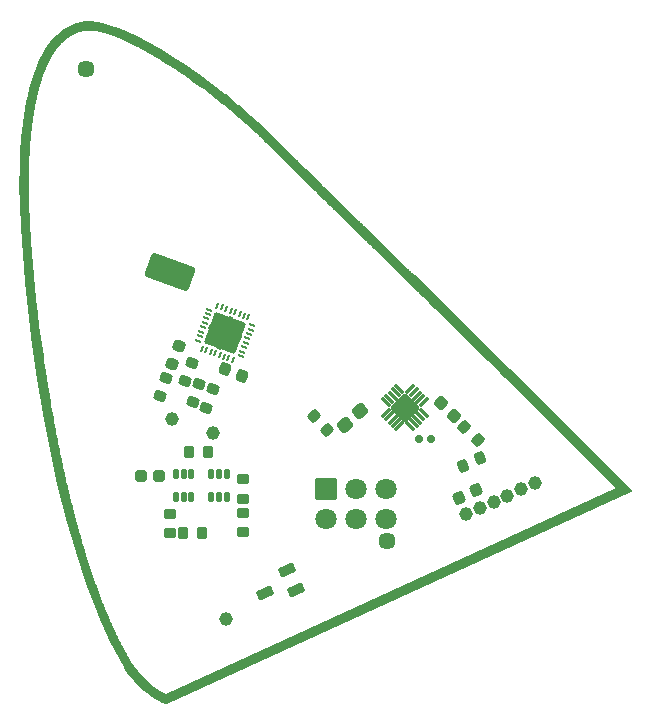
<source format=gbs>
%TF.GenerationSoftware,KiCad,Pcbnew,9.0.6-rc1-2-g790dee114b*%
%TF.CreationDate,2025-10-17T23:20:01-04:00*%
%TF.ProjectId,MetamerBoard,4d657461-6d65-4724-926f-6172642e6b69,rev?*%
%TF.SameCoordinates,Original*%
%TF.FileFunction,Soldermask,Bot*%
%TF.FilePolarity,Negative*%
%FSLAX45Y45*%
G04 Gerber Fmt 4.5, Leading zero omitted, Abs format (unit mm)*
G04 Created by KiCad (PCBNEW 9.0.6-rc1-2-g790dee114b) date 2025-10-17 23:20:01*
%MOMM*%
%LPD*%
G01*
G04 APERTURE LIST*
G04 Aperture macros list*
%AMRoundRect*
0 Rectangle with rounded corners*
0 $1 Rounding radius*
0 $2 $3 $4 $5 $6 $7 $8 $9 X,Y pos of 4 corners*
0 Add a 4 corners polygon primitive as box body*
4,1,4,$2,$3,$4,$5,$6,$7,$8,$9,$2,$3,0*
0 Add four circle primitives for the rounded corners*
1,1,$1+$1,$2,$3*
1,1,$1+$1,$4,$5*
1,1,$1+$1,$6,$7*
1,1,$1+$1,$8,$9*
0 Add four rect primitives between the rounded corners*
20,1,$1+$1,$2,$3,$4,$5,0*
20,1,$1+$1,$4,$5,$6,$7,0*
20,1,$1+$1,$6,$7,$8,$9,0*
20,1,$1+$1,$8,$9,$2,$3,0*%
G04 Aperture macros list end*
%ADD10RoundRect,0.268750X1.879104X0.174055X-1.327597X1.341199X-1.879104X-0.174055X1.327597X-1.341199X0*%
%ADD11C,1.150000*%
%ADD12C,1.166000*%
%ADD13RoundRect,0.275000X-0.050140X-0.422772X0.425240X0.020527X0.050140X0.422772X-0.425240X-0.020527X0*%
%ADD14RoundRect,0.244000X0.244000X0.269000X-0.244000X0.269000X-0.244000X-0.269000X0.244000X-0.269000X0*%
%ADD15RoundRect,0.075000X1.166726X0.000000X0.000000X1.166726X-1.166726X0.000000X0.000000X-1.166726X0*%
%ADD16RoundRect,0.087500X0.353553X0.229810X0.229810X0.353553X-0.353553X-0.229810X-0.229810X-0.353553X0*%
%ADD17RoundRect,0.087500X0.353553X-0.229810X-0.229810X0.353553X-0.353553X0.229810X0.229810X-0.353553X0*%
%ADD18RoundRect,0.244000X0.362746X0.017678X0.017678X0.362746X-0.362746X-0.017678X-0.017678X-0.362746X0*%
%ADD19RoundRect,0.244000X-0.107455X-0.346916X0.334823X-0.140678X0.107455X0.346916X-0.334823X0.140678X0*%
%ADD20RoundRect,0.159000X-0.159000X-0.189000X0.159000X-0.189000X0.159000X0.189000X-0.159000X0.189000X0*%
%ADD21RoundRect,0.219000X0.294000X-0.219000X0.294000X0.219000X-0.294000X0.219000X-0.294000X-0.219000X0*%
%ADD22C,1.448000*%
%ADD23RoundRect,0.219000X-0.219000X-0.294000X0.219000X-0.294000X0.219000X0.294000X-0.219000X0.294000X0*%
%ADD24RoundRect,0.219000X-0.074232X-0.359008X0.322731X-0.173901X0.074232X0.359008X-0.322731X0.173901X0*%
%ADD25RoundRect,0.219000X0.201367X-0.306347X0.351172X0.105239X-0.201367X0.306347X-0.351172X-0.105239X0*%
%ADD26RoundRect,0.212500X0.531631X0.013436X0.352019X0.398617X-0.531631X-0.013436X-0.352019X-0.398617X0*%
%ADD27RoundRect,0.219000X-0.201367X0.306347X-0.351172X-0.105239X0.201367X-0.306347X0.351172X0.105239X0*%
%ADD28RoundRect,0.075000X-0.825000X-0.825000X0.825000X-0.825000X0.825000X0.825000X-0.825000X0.825000X0*%
%ADD29C,1.800000*%
%ADD30RoundRect,0.137500X0.137500X-0.262500X0.137500X0.262500X-0.137500X0.262500X-0.137500X-0.262500X0*%
%ADD31RoundRect,0.244000X-0.321288X-0.169324X0.137282X-0.336230X0.321288X0.169324X-0.137282X0.336230X0*%
%ADD32RoundRect,0.244000X-0.169324X0.321288X-0.336230X-0.137282X0.169324X-0.321288X0.336230X0.137282X0*%
%ADD33RoundRect,0.219000X-0.294000X0.219000X-0.294000X-0.219000X0.294000X-0.219000X0.294000X0.219000X0*%
%ADD34RoundRect,0.050000X-0.228532X0.029970X0.194330X-0.123939X0.228532X-0.029970X-0.194330X0.123939X0*%
%ADD35RoundRect,0.050000X-0.123939X-0.194330X-0.029970X-0.228532X0.123939X0.194330X0.029970X0.228532X0*%
%ADD36RoundRect,0.056000X-1.722622X-0.803272X0.803272X-1.722622X1.722622X0.803272X-0.803272X1.722622X0*%
%ADD37RoundRect,0.219000X-0.364376X-0.040341X-0.065660X-0.360674X0.364376X0.040341X0.065660X0.360674X0*%
%ADD38RoundRect,0.219000X-0.362746X-0.053033X-0.053033X-0.362746X0.362746X0.053033X0.053033X0.362746X0*%
%ADD39C,0.650000*%
G04 APERTURE END LIST*
D10*
%TO.C,TP5*%
X13525389Y-9729470D03*
%TD*%
D11*
%TO.C,TP6*%
X13895389Y-11094470D03*
%TD*%
%TO.C,TP7*%
X13545389Y-10974470D03*
%TD*%
%TO.C,TP3*%
X14002003Y-12668061D03*
%TD*%
D12*
%TO.C,P1*%
X16615954Y-11521803D03*
X16500389Y-11574469D03*
X16384824Y-11627135D03*
X16269259Y-11679801D03*
X16153693Y-11732467D03*
X16038128Y-11785133D03*
%TD*%
D13*
%TO.C,D18*%
X15013896Y-11026644D03*
X15141882Y-10907295D03*
%TD*%
D14*
%TO.C,C4*%
X13283389Y-11457469D03*
X13439389Y-11457469D03*
%TD*%
D15*
%TO.C,U3*%
X15517859Y-10881940D03*
D16*
X15676958Y-10835978D03*
X15648674Y-10807693D03*
X15620389Y-10779409D03*
X15592105Y-10751125D03*
X15563821Y-10722841D03*
D17*
X15471897Y-10722841D03*
X15443613Y-10751125D03*
X15415328Y-10779409D03*
X15387044Y-10807693D03*
X15358760Y-10835978D03*
D16*
X15358760Y-10927901D03*
X15387044Y-10956186D03*
X15415328Y-10984470D03*
X15443613Y-11012754D03*
X15471897Y-11041039D03*
D17*
X15563821Y-11041039D03*
X15592105Y-11012754D03*
X15620389Y-10984470D03*
X15648674Y-10956186D03*
X15676958Y-10927901D03*
%TD*%
D18*
%TO.C,C7*%
X15930543Y-10954624D03*
X15820235Y-10844315D03*
%TD*%
D19*
%TO.C,C5*%
X15979697Y-11642434D03*
X16121081Y-11576505D03*
%TD*%
D20*
%TO.C,C6*%
X15635389Y-11149470D03*
X15735389Y-11149470D03*
%TD*%
D21*
%TO.C,R8*%
X14145389Y-11487469D03*
X14145389Y-11651469D03*
%TD*%
D22*
%TO.C,*%
X12817889Y-8014469D03*
%TD*%
%TO.C,*%
X15363389Y-12009469D03*
%TD*%
D21*
%TO.C,R7*%
X13530389Y-11946469D03*
X13530389Y-11782469D03*
%TD*%
D23*
%TO.C,R2*%
X13638389Y-11944469D03*
X13802389Y-11944469D03*
%TD*%
D24*
%TO.C,R10*%
X16006072Y-11374124D03*
X16154706Y-11304815D03*
%TD*%
D25*
%TO.C,R6*%
X13442343Y-10786524D03*
X13498435Y-10632415D03*
%TD*%
D26*
%TO.C,D17*%
X14518454Y-12256124D03*
X14598752Y-12428322D03*
X14332026Y-12447878D03*
%TD*%
D23*
%TO.C,R12*%
X13688389Y-11254469D03*
X13852389Y-11254469D03*
%TD*%
D27*
%TO.C,R5*%
X13713435Y-10502415D03*
X13657343Y-10656524D03*
%TD*%
D28*
%TO.C,J1*%
X14851389Y-11569469D03*
D29*
X14851389Y-11823469D03*
X15105389Y-11569469D03*
X15105389Y-11823469D03*
X15359389Y-11569469D03*
X15359389Y-11823469D03*
%TD*%
D30*
%TO.C,U2*%
X13710389Y-11634469D03*
X13645389Y-11634469D03*
X13580389Y-11634469D03*
X13580389Y-11444469D03*
X13645389Y-11444469D03*
X13710389Y-11444469D03*
%TD*%
D31*
%TO.C,C1*%
X13992093Y-10557792D03*
X14138685Y-10611147D03*
%TD*%
D25*
%TO.C,R3*%
X13837343Y-10881524D03*
X13893435Y-10727415D03*
%TD*%
D32*
%TO.C,C2*%
X13602067Y-10361174D03*
X13548711Y-10507766D03*
%TD*%
D33*
%TO.C,R1*%
X14145389Y-11772469D03*
X14145389Y-11936469D03*
%TD*%
D34*
%TO.C,U1*%
X13767144Y-10313819D03*
X13780825Y-10276231D03*
X13794506Y-10238643D03*
X13808187Y-10201055D03*
X13821867Y-10163468D03*
X13835548Y-10125880D03*
X13849229Y-10088292D03*
X13862910Y-10050705D03*
D35*
X13930200Y-10019327D03*
X13967787Y-10033008D03*
X14005375Y-10046688D03*
X14042963Y-10060369D03*
X14080551Y-10074050D03*
X14118138Y-10087731D03*
X14155726Y-10101412D03*
X14193314Y-10115092D03*
D34*
X14224692Y-10182382D03*
X14211011Y-10219970D03*
X14197330Y-10257558D03*
X14183649Y-10295146D03*
X14169968Y-10332733D03*
X14156288Y-10370321D03*
X14142607Y-10407909D03*
X14128926Y-10445496D03*
D35*
X14061636Y-10476874D03*
X14024048Y-10463193D03*
X13986461Y-10449513D03*
X13948873Y-10435832D03*
X13911285Y-10422151D03*
X13873698Y-10408470D03*
X13836110Y-10394789D03*
X13798522Y-10381109D03*
D36*
X13995918Y-10248101D03*
%TD*%
D37*
%TO.C,R9*%
X14749465Y-10949499D03*
X14861313Y-11069441D03*
%TD*%
D38*
%TO.C,R11*%
X16017406Y-11041487D03*
X16133372Y-11157452D03*
%TD*%
D25*
%TO.C,R4*%
X13720494Y-10836047D03*
X13776586Y-10681938D03*
%TD*%
D30*
%TO.C,U4*%
X14010389Y-11634469D03*
X13945389Y-11634469D03*
X13880389Y-11634469D03*
X13880389Y-11444469D03*
X13945389Y-11444469D03*
X14010389Y-11444469D03*
%TD*%
D39*
X13995918Y-10248101D03*
X13956586Y-10356165D03*
X13887853Y-10208768D03*
X14103982Y-10287433D03*
X14035250Y-10140036D03*
G36*
X17316417Y-11538665D02*
G01*
X17411703Y-11555876D01*
X17417950Y-11559004D01*
X17418267Y-11559310D01*
X17433895Y-11574938D01*
X17437243Y-11581070D01*
X17436745Y-11588040D01*
X17432558Y-11593633D01*
X17430275Y-11594987D01*
X13499835Y-13388720D01*
X13492919Y-13389712D01*
X13490220Y-13389007D01*
X13477463Y-13384080D01*
X13471918Y-13379828D01*
X13469552Y-13373254D01*
X13469536Y-13372885D01*
X13467733Y-13312891D01*
X13469499Y-13306131D01*
X13474640Y-13301399D01*
X13481523Y-13300198D01*
X13484943Y-13301092D01*
X13485268Y-13301229D01*
X13486613Y-13301787D01*
X13487964Y-13302340D01*
X13489326Y-13302889D01*
X13490665Y-13303421D01*
X13492036Y-13303957D01*
X13492481Y-13304129D01*
X13492481Y-13304129D01*
X17308450Y-11562630D01*
X17308450Y-11562630D01*
X17305460Y-11559651D01*
X17302101Y-11553524D01*
X17302587Y-11546554D01*
X17306765Y-11540953D01*
X17313307Y-11538501D01*
X17316417Y-11538665D01*
G37*
G36*
X12856442Y-7609905D02*
G01*
X12916418Y-7615184D01*
X12918034Y-7615435D01*
X12987664Y-7630990D01*
X12988776Y-7631294D01*
X13067212Y-7656662D01*
X13068019Y-7656954D01*
X13154134Y-7691549D01*
X13154748Y-7691815D01*
X13247480Y-7735021D01*
X13247969Y-7735262D01*
X13346290Y-7786457D01*
X13346697Y-7786678D01*
X13449589Y-7845229D01*
X13449771Y-7845335D01*
X13449817Y-7845362D01*
X13449984Y-7845463D01*
X13556412Y-7910721D01*
X13556573Y-7910822D01*
X13556667Y-7910881D01*
X13556815Y-7910977D01*
X13665887Y-7982377D01*
X13666170Y-7982568D01*
X13776468Y-8059188D01*
X13776587Y-8059272D01*
X13777377Y-8059834D01*
X13777524Y-8059940D01*
X13888560Y-8141487D01*
X13888815Y-8141680D01*
X13997471Y-8225880D01*
X13997601Y-8225982D01*
X14002504Y-8229887D01*
X14002625Y-8229985D01*
X14107615Y-8315789D01*
X14107738Y-8315892D01*
X14112077Y-8319532D01*
X14112207Y-8319642D01*
X14217091Y-8410120D01*
X14217227Y-8410240D01*
X14218254Y-8411152D01*
X14218377Y-8411263D01*
X14321813Y-8505653D01*
X14321948Y-8505777D01*
X14322405Y-8506207D01*
X14322540Y-8506336D01*
X14422379Y-8603063D01*
X14422517Y-8603200D01*
X14426044Y-8606726D01*
X14429658Y-8610339D01*
X14433282Y-8613960D01*
X14436913Y-8617588D01*
X14436915Y-8617590D01*
X14440554Y-8621225D01*
X14444202Y-8624868D01*
X14447858Y-8628518D01*
X14451522Y-8632175D01*
X14451523Y-8632175D01*
X14455194Y-8635839D01*
X14458876Y-8639511D01*
X14458876Y-8639512D01*
X14462563Y-8643189D01*
X14462563Y-8643189D01*
X14466260Y-8646876D01*
X14469966Y-8650569D01*
X14469966Y-8650570D01*
X14473678Y-8654269D01*
X14477401Y-8657978D01*
X14477401Y-8657979D01*
X14481129Y-8661692D01*
X14484868Y-8665415D01*
X14484869Y-8665417D01*
X14488611Y-8669144D01*
X14492368Y-8672883D01*
X14492368Y-8672883D01*
X14496130Y-8676627D01*
X14499901Y-8680380D01*
X14499901Y-8680380D01*
X14503679Y-8684138D01*
X14503679Y-8684138D01*
X14507465Y-8687903D01*
X14511261Y-8691678D01*
X14515064Y-8695459D01*
X14518874Y-8699246D01*
X14522694Y-8703043D01*
X14526523Y-8706847D01*
X14526523Y-8706847D01*
X14530358Y-8710656D01*
X14530358Y-8710656D01*
X14534204Y-8714476D01*
X14534204Y-8714476D01*
X14538057Y-8718300D01*
X14538057Y-8718301D01*
X14541918Y-8722134D01*
X14545786Y-8725973D01*
X14549664Y-8729822D01*
X14553551Y-8733678D01*
X14553551Y-8733678D01*
X14557444Y-8737540D01*
X14561346Y-8741410D01*
X14565257Y-8745288D01*
X14569176Y-8749173D01*
X14573105Y-8753067D01*
X14573105Y-8753067D01*
X14577041Y-8756968D01*
X14577041Y-8756968D01*
X14580985Y-8760875D01*
X14584936Y-8764790D01*
X14584936Y-8764790D01*
X14588897Y-8768712D01*
X14588898Y-8768714D01*
X14592868Y-8772646D01*
X14592868Y-8772646D01*
X14596845Y-8776582D01*
X14596845Y-8776583D01*
X14600830Y-8780528D01*
X14604824Y-8784481D01*
X14608828Y-8788442D01*
X14612839Y-8792412D01*
X14612839Y-8792412D01*
X14616858Y-8796387D01*
X14620886Y-8800371D01*
X14624923Y-8804364D01*
X14624923Y-8804364D01*
X14628967Y-8808362D01*
X14628967Y-8808362D01*
X14633019Y-8812369D01*
X14637082Y-8816384D01*
X14637082Y-8816384D01*
X14641152Y-8820406D01*
X14641152Y-8820406D01*
X14645230Y-8824436D01*
X14645230Y-8824436D01*
X14649317Y-8828473D01*
X14649317Y-8828474D01*
X14653411Y-8832518D01*
X14657516Y-8836572D01*
X14657516Y-8836573D01*
X14661629Y-8840635D01*
X14661629Y-8840635D01*
X14665749Y-8844702D01*
X14665750Y-8844703D01*
X14669878Y-8848779D01*
X14669878Y-8848779D01*
X14674014Y-8852862D01*
X14678162Y-8856955D01*
X14678163Y-8856956D01*
X14682315Y-8861054D01*
X14686479Y-8865162D01*
X14690651Y-8869278D01*
X14690651Y-8869278D01*
X14694830Y-8873400D01*
X14699020Y-8877531D01*
X14699020Y-8877532D01*
X14703217Y-8881670D01*
X14707422Y-8885816D01*
X14711637Y-8889972D01*
X14711637Y-8889972D01*
X14715860Y-8894135D01*
X14715860Y-8894135D01*
X14720090Y-8898304D01*
X14720090Y-8898304D01*
X14724331Y-8902483D01*
X14724331Y-8902483D01*
X14728578Y-8906668D01*
X14732835Y-8910862D01*
X14737102Y-8915064D01*
X14737102Y-8915065D01*
X14741375Y-8919274D01*
X14745659Y-8923492D01*
X14745659Y-8923492D01*
X14745659Y-8923492D01*
X14749950Y-8927719D01*
X14749950Y-8927719D01*
X14754249Y-8931952D01*
X14758559Y-8936194D01*
X14758560Y-8936195D01*
X14762876Y-8940443D01*
X14767202Y-8944702D01*
X14767202Y-8944702D01*
X14771535Y-8948967D01*
X14775879Y-8953241D01*
X14775879Y-8953241D01*
X14780231Y-8957523D01*
X14780231Y-8957523D01*
X14784591Y-8961813D01*
X14784591Y-8961813D01*
X14788959Y-8966110D01*
X14793338Y-8970416D01*
X14793338Y-8970416D01*
X14793338Y-8970416D01*
X14797724Y-8974731D01*
X14797724Y-8974731D01*
X14802118Y-8979052D01*
X14806523Y-8983382D01*
X14806523Y-8983383D01*
X14806523Y-8983383D01*
X14810935Y-8987721D01*
X14810935Y-8987721D01*
X14815355Y-8992067D01*
X14819786Y-8996422D01*
X14819787Y-8996423D01*
X14824225Y-9000785D01*
X14824225Y-9000785D01*
X14828671Y-9005155D01*
X14828671Y-9005155D01*
X14833126Y-9009533D01*
X14837591Y-9013919D01*
X14837591Y-9013921D01*
X14837592Y-9013920D01*
X14842066Y-9018317D01*
X14842066Y-9018317D01*
X14846547Y-9022719D01*
X14846547Y-9022720D01*
X14846547Y-9022720D01*
X14851039Y-9027132D01*
X14851039Y-9027132D01*
X14855537Y-9031549D01*
X14855538Y-9031551D01*
X14855538Y-9031551D01*
X14860044Y-9035977D01*
X14860046Y-9035979D01*
X14864564Y-9040416D01*
X14864564Y-9040416D01*
X14869089Y-9044860D01*
X14869090Y-9044861D01*
X14873623Y-9049312D01*
X14878165Y-9053773D01*
X14882719Y-9058243D01*
X14882720Y-9058244D01*
X14887279Y-9062719D01*
X14891849Y-9067205D01*
X14896428Y-9071700D01*
X14896428Y-9071700D01*
X14901015Y-9076201D01*
X14901015Y-9076202D01*
X14901015Y-9076202D01*
X14905611Y-9080712D01*
X14910216Y-9085231D01*
X14914828Y-9089757D01*
X14914830Y-9089759D01*
X14919453Y-9094295D01*
X14919453Y-9094295D01*
X14924083Y-9098836D01*
X14924084Y-9098838D01*
X14924084Y-9098838D01*
X14928725Y-9103391D01*
X14928725Y-9103391D01*
X14933373Y-9107950D01*
X14933374Y-9107952D01*
X14938030Y-9112520D01*
X14938030Y-9112520D01*
X14942698Y-9117098D01*
X14942698Y-9117098D01*
X14947374Y-9121683D01*
X14952059Y-9126278D01*
X14952060Y-9126279D01*
X14956752Y-9130880D01*
X14956752Y-9130880D01*
X14961455Y-9135492D01*
X14961455Y-9135492D01*
X14966166Y-9140111D01*
X14966167Y-9140112D01*
X14970886Y-9144739D01*
X14970888Y-9144741D01*
X14973247Y-9147055D01*
X14973247Y-9147055D01*
X14975615Y-9149375D01*
X14975615Y-9149376D01*
X14977983Y-9151697D01*
X14977985Y-9151698D01*
X14980352Y-9154020D01*
X14982725Y-9156346D01*
X14982725Y-9156346D01*
X14985100Y-9158674D01*
X14987477Y-9161003D01*
X14987477Y-9161004D01*
X14989856Y-9163336D01*
X14989856Y-9163336D01*
X14992238Y-9165670D01*
X14992238Y-9165670D01*
X14994617Y-9168001D01*
X14994620Y-9168007D01*
X14994621Y-9168006D01*
X14997004Y-9170343D01*
X14999394Y-9172685D01*
X14999394Y-9172685D01*
X15001785Y-9175028D01*
X15001787Y-9175029D01*
X15004176Y-9177372D01*
X15006572Y-9179719D01*
X15006572Y-9179720D01*
X15008969Y-9182069D01*
X15008969Y-9182069D01*
X15011368Y-9184420D01*
X15011368Y-9184420D01*
X15013769Y-9186773D01*
X15013769Y-9186773D01*
X15016174Y-9189129D01*
X15016174Y-9189129D01*
X15018579Y-9191486D01*
X15018581Y-9191487D01*
X15020987Y-9193845D01*
X15020987Y-9193846D01*
X15023396Y-9196207D01*
X15023396Y-9196207D01*
X15025810Y-9198572D01*
X15025810Y-9198572D01*
X15028225Y-9200938D01*
X15028225Y-9200938D01*
X15030642Y-9203305D01*
X15030644Y-9203307D01*
X15033059Y-9205675D01*
X15033059Y-9205675D01*
X15035483Y-9208049D01*
X15035485Y-9208050D01*
X15037907Y-9210423D01*
X15037907Y-9210424D01*
X15040333Y-9212801D01*
X15040333Y-9212801D01*
X15042760Y-9215179D01*
X15045190Y-9217559D01*
X15045191Y-9217561D01*
X15045192Y-9217560D01*
X15047624Y-9219944D01*
X15050060Y-9222330D01*
X15050062Y-9222332D01*
X15052498Y-9224719D01*
X15052498Y-9224719D01*
X15054937Y-9227107D01*
X15054937Y-9227108D01*
X15057379Y-9229500D01*
X15059823Y-9231894D01*
X15059823Y-9231894D01*
X15062269Y-9234290D01*
X15064717Y-9236688D01*
X15067169Y-9239089D01*
X15067171Y-9239090D01*
X15069621Y-9241491D01*
X15072078Y-9243897D01*
X15072080Y-9243898D01*
X15074536Y-9246304D01*
X15074536Y-9246304D01*
X15076995Y-9248713D01*
X15076997Y-9248714D01*
X15079455Y-9251123D01*
X15081922Y-9253538D01*
X15081924Y-9253539D01*
X15084389Y-9255953D01*
X15084389Y-9255954D01*
X15086858Y-9258371D01*
X15086858Y-9258372D01*
X15089329Y-9260792D01*
X15089331Y-9260793D01*
X15091800Y-9263213D01*
X15091800Y-9263213D01*
X15094278Y-9265639D01*
X15094280Y-9265640D01*
X15096755Y-9268065D01*
X15099237Y-9270495D01*
X15099239Y-9270496D01*
X15101718Y-9272924D01*
X15104202Y-9275356D01*
X15104203Y-9275359D01*
X15104204Y-9275359D01*
X15106689Y-9277793D01*
X15109177Y-9280228D01*
X15109180Y-9280233D01*
X15109181Y-9280232D01*
X15111671Y-9282671D01*
X15114166Y-9285114D01*
X15116662Y-9287557D01*
X15116662Y-9287558D01*
X15116662Y-9287558D01*
X15119162Y-9290005D01*
X15119162Y-9290005D01*
X15121660Y-9292450D01*
X15121661Y-9292453D01*
X15121662Y-9292453D01*
X15124165Y-9294904D01*
X15124165Y-9294904D01*
X15126669Y-9297356D01*
X15129178Y-9299812D01*
X15129180Y-9299813D01*
X15131689Y-9302270D01*
X15131689Y-9302270D01*
X15134198Y-9304726D01*
X15134199Y-9304729D01*
X15134200Y-9304729D01*
X15136713Y-9307190D01*
X15139231Y-9309654D01*
X15139231Y-9309655D01*
X15141750Y-9312120D01*
X15141750Y-9312121D01*
X15144271Y-9314589D01*
X15146796Y-9317060D01*
X15146796Y-9317060D01*
X15149319Y-9319530D01*
X15149320Y-9319532D01*
X15149321Y-9319532D01*
X15151849Y-9322007D01*
X15151851Y-9322008D01*
X15154377Y-9324483D01*
X15156912Y-9326964D01*
X15156914Y-9326965D01*
X15159448Y-9329446D01*
X15159448Y-9329446D01*
X15161982Y-9331926D01*
X15161983Y-9331929D01*
X15161984Y-9331928D01*
X15164525Y-9334416D01*
X15164525Y-9334416D01*
X15167066Y-9336903D01*
X15167066Y-9336904D01*
X15169610Y-9339394D01*
X15169612Y-9339395D01*
X15172155Y-9341886D01*
X15174703Y-9344380D01*
X15174705Y-9344382D01*
X15177257Y-9346879D01*
X15177257Y-9346879D01*
X15179806Y-9349374D01*
X15179809Y-9349378D01*
X15179810Y-9349377D01*
X15182364Y-9351879D01*
X15184923Y-9354384D01*
X15184923Y-9354384D01*
X15187482Y-9356889D01*
X15190046Y-9359398D01*
X15190046Y-9359398D01*
X15192611Y-9361908D01*
X15192613Y-9361909D01*
X15195178Y-9364420D01*
X15195178Y-9364421D01*
X15197746Y-9366935D01*
X15200315Y-9369449D01*
X15200319Y-9369452D01*
X15202891Y-9371970D01*
X15202892Y-9371972D01*
X15202893Y-9371971D01*
X15205468Y-9374493D01*
X15208048Y-9377018D01*
X15208048Y-9377018D01*
X15210629Y-9379543D01*
X15210629Y-9379544D01*
X15213212Y-9382072D01*
X15213214Y-9382073D01*
X15215798Y-9384603D01*
X15215798Y-9384603D01*
X15218384Y-9387135D01*
X15220975Y-9389670D01*
X15220977Y-9389671D01*
X15223567Y-9392207D01*
X15226161Y-9394745D01*
X15226162Y-9394747D01*
X15226163Y-9394747D01*
X15228760Y-9397289D01*
X15228760Y-9397289D01*
X15231358Y-9399832D01*
X15231358Y-9399832D01*
X15233961Y-9402379D01*
X15233963Y-9402380D01*
X15236565Y-9404927D01*
X15236565Y-9404928D01*
X15239170Y-9407478D01*
X15239170Y-9407478D01*
X15241778Y-9410030D01*
X15241779Y-9410032D01*
X15241780Y-9410031D01*
X15244388Y-9412585D01*
X15247000Y-9415140D01*
X15247003Y-9415145D01*
X15247004Y-9415144D01*
X15249618Y-9417703D01*
X15252237Y-9420266D01*
X15252237Y-9420266D01*
X15254857Y-9422830D01*
X15257478Y-9425395D01*
X15257479Y-9425397D01*
X15257480Y-9425396D01*
X15260102Y-9427964D01*
X15262732Y-9430537D01*
X15262734Y-9430538D01*
X15265361Y-9433109D01*
X15265361Y-9433110D01*
X15267993Y-9435686D01*
X15267993Y-9435686D01*
X15270627Y-9438264D01*
X15270627Y-9438264D01*
X15273262Y-9440843D01*
X15275900Y-9443424D01*
X15275901Y-9443426D01*
X15275902Y-9443426D01*
X15278541Y-9446009D01*
X15278543Y-9446011D01*
X15281187Y-9448598D01*
X15281187Y-9448598D01*
X15283832Y-9451187D01*
X15286478Y-9453776D01*
X15286479Y-9453778D01*
X15286480Y-9453777D01*
X15289131Y-9456372D01*
X15289131Y-9456372D01*
X15291783Y-9458968D01*
X15291783Y-9458968D01*
X15294438Y-9461566D01*
X15294438Y-9461566D01*
X15297096Y-9464167D01*
X15297098Y-9464168D01*
X15299756Y-9466770D01*
X15299756Y-9466770D01*
X15302418Y-9469375D01*
X15302418Y-9469375D01*
X15305078Y-9471978D01*
X15305081Y-9471983D01*
X15305082Y-9471982D01*
X15307747Y-9474591D01*
X15310418Y-9477204D01*
X15310418Y-9477204D01*
X15313089Y-9479818D01*
X15313089Y-9479818D01*
X15313092Y-9479821D01*
X15315761Y-9482434D01*
X15318438Y-9485054D01*
X15318438Y-9485054D01*
X15321115Y-9487674D01*
X15323795Y-9490296D01*
X15323796Y-9490298D01*
X15323797Y-9490298D01*
X15326480Y-9492924D01*
X15326480Y-9492924D01*
X15329166Y-9495552D01*
X15329166Y-9495552D01*
X15331853Y-9498181D01*
X15331855Y-9498183D01*
X15334542Y-9500814D01*
X15337234Y-9503448D01*
X15337235Y-9503450D01*
X15337236Y-9503450D01*
X15339930Y-9506087D01*
X15339930Y-9506087D01*
X15342625Y-9508725D01*
X15342625Y-9508725D01*
X15345325Y-9511365D01*
X15345326Y-9511368D01*
X15345327Y-9511368D01*
X15348029Y-9514012D01*
X15348031Y-9514013D01*
X15350733Y-9516658D01*
X15350733Y-9516659D01*
X15353438Y-9519307D01*
X15356148Y-9521959D01*
X15356148Y-9521959D01*
X15358859Y-9524612D01*
X15358859Y-9524612D01*
X15361572Y-9527267D01*
X15361572Y-9527267D01*
X15364288Y-9529925D01*
X15364290Y-9529926D01*
X15367004Y-9532584D01*
X15367004Y-9532584D01*
X15369727Y-9535248D01*
X15369729Y-9535249D01*
X15372450Y-9537912D01*
X15372450Y-9537913D01*
X15375175Y-9540580D01*
X15375177Y-9540581D01*
X15377901Y-9543249D01*
X15380633Y-9545922D01*
X15380633Y-9545922D01*
X15383365Y-9548596D01*
X15383367Y-9548597D01*
X15386099Y-9551271D01*
X15386099Y-9551272D01*
X15388835Y-9553950D01*
X15391574Y-9556630D01*
X15391575Y-9556632D01*
X15391576Y-9556632D01*
X15394317Y-9559315D01*
X15394317Y-9559315D01*
X15397060Y-9562000D01*
X15399804Y-9564685D01*
X15399807Y-9564690D01*
X15399808Y-9564689D01*
X15402553Y-9567377D01*
X15402553Y-9567377D01*
X15405304Y-9570068D01*
X15405307Y-9570072D01*
X15405308Y-9570072D01*
X15408061Y-9572767D01*
X15408061Y-9572767D01*
X15410816Y-9575464D01*
X15413575Y-9578164D01*
X15413575Y-9578164D01*
X15416336Y-9580866D01*
X15416338Y-9580867D01*
X15419099Y-9583570D01*
X15419099Y-9583571D01*
X15421863Y-9586277D01*
X15424632Y-9588986D01*
X15424632Y-9588987D01*
X15427402Y-9591698D01*
X15427404Y-9591699D01*
X15430173Y-9594411D01*
X15432949Y-9597127D01*
X15432949Y-9597128D01*
X15435726Y-9599846D01*
X15435726Y-9599846D01*
X15438506Y-9602567D01*
X15438508Y-9602568D01*
X15441285Y-9605288D01*
X15444068Y-9608011D01*
X15444071Y-9608016D01*
X15444072Y-9608015D01*
X15446857Y-9610742D01*
X15449647Y-9613473D01*
X15449647Y-9613473D01*
X15452439Y-9616206D01*
X15452439Y-9616206D01*
X15455231Y-9618939D01*
X15455233Y-9618940D01*
X15458027Y-9621676D01*
X15458029Y-9621678D01*
X15458029Y-9621678D01*
X15460825Y-9624416D01*
X15463624Y-9627155D01*
X15463627Y-9627159D01*
X15463628Y-9627158D01*
X15466430Y-9629902D01*
X15466430Y-9629902D01*
X15469237Y-9632650D01*
X15469237Y-9632650D01*
X15469238Y-9632651D01*
X15472043Y-9635397D01*
X15472044Y-9635399D01*
X15472045Y-9635399D01*
X15474853Y-9638149D01*
X15477664Y-9640900D01*
X15477667Y-9640904D01*
X15477668Y-9640903D01*
X15480482Y-9643659D01*
X15480482Y-9643659D01*
X15483301Y-9646419D01*
X15483301Y-9646419D01*
X15483304Y-9646422D01*
X15486118Y-9649178D01*
X15486118Y-9649178D01*
X15488941Y-9651941D01*
X15488942Y-9651943D01*
X15488943Y-9651942D01*
X15491766Y-9654707D01*
X15494592Y-9657472D01*
X15494594Y-9657477D01*
X15494595Y-9657476D01*
X15497422Y-9660245D01*
X15497422Y-9660245D01*
X15500254Y-9663017D01*
X15500255Y-9663019D01*
X15500256Y-9663019D01*
X15503090Y-9665794D01*
X15505926Y-9668571D01*
X15508766Y-9671351D01*
X15508768Y-9671352D01*
X15511607Y-9674132D01*
X15511607Y-9674133D01*
X15514451Y-9676917D01*
X15514451Y-9676918D01*
X15517298Y-9679705D01*
X15517298Y-9679705D01*
X15520144Y-9682492D01*
X15520145Y-9682494D01*
X15520146Y-9682494D01*
X15522997Y-9685286D01*
X15522997Y-9685286D01*
X15525850Y-9688079D01*
X15531564Y-9693675D01*
X15531565Y-9693675D01*
X15537287Y-9699279D01*
X15543020Y-9704894D01*
X15543020Y-9704894D01*
X15548763Y-9710518D01*
X15548763Y-9710518D01*
X15554515Y-9716151D01*
X15554515Y-9716151D01*
X15560277Y-9721794D01*
X15560277Y-9721794D01*
X15566049Y-9727447D01*
X15566049Y-9727447D01*
X15571830Y-9733109D01*
X15571830Y-9733109D01*
X15577620Y-9738780D01*
X15577621Y-9738781D01*
X15577621Y-9738781D01*
X15583421Y-9744462D01*
X15589231Y-9750153D01*
X15592066Y-9752930D01*
X15592080Y-9752943D01*
X15592136Y-9752999D01*
X15592138Y-9753003D01*
X15592139Y-9753002D01*
X16396548Y-10543793D01*
X16396567Y-10543812D01*
X16397403Y-10544637D01*
X16397430Y-10544664D01*
X17365001Y-11506043D01*
X17365021Y-11506080D01*
X17365029Y-11506071D01*
X17433895Y-11574938D01*
X17437243Y-11581070D01*
X17436745Y-11588040D01*
X17432558Y-11593633D01*
X17430275Y-11594987D01*
X17410176Y-11604159D01*
X17403260Y-11605152D01*
X17402824Y-11605081D01*
X17307543Y-11587871D01*
X17301296Y-11584742D01*
X17297732Y-11578733D01*
X17297983Y-11571750D01*
X17301969Y-11566012D01*
X17304599Y-11564388D01*
X17308450Y-11562630D01*
X17308450Y-11562630D01*
X16799548Y-11055458D01*
X16680975Y-10937781D01*
X16680975Y-10937781D01*
X16594683Y-10852255D01*
X16594683Y-10852255D01*
X16524453Y-10782719D01*
X16524453Y-10782719D01*
X16466057Y-10724947D01*
X16466057Y-10724947D01*
X16415517Y-10674983D01*
X16369046Y-10629068D01*
X16326541Y-10587095D01*
X16287906Y-10548963D01*
X16287906Y-10548962D01*
X16253059Y-10514584D01*
X16221917Y-10483873D01*
X16190984Y-10453379D01*
X16163663Y-10426455D01*
X16136504Y-10399701D01*
X16136504Y-10399701D01*
X16112879Y-10376432D01*
X16089375Y-10353292D01*
X16065999Y-10330280D01*
X16046059Y-10310659D01*
X16026213Y-10291131D01*
X16006456Y-10271697D01*
X16006456Y-10271697D01*
X15986792Y-10252359D01*
X15970474Y-10236314D01*
X15954219Y-10220333D01*
X15938028Y-10204418D01*
X15921900Y-10188566D01*
X15905832Y-10172779D01*
X15889828Y-10157055D01*
X15889828Y-10157055D01*
X15877071Y-10144524D01*
X15864353Y-10132033D01*
X15851675Y-10119582D01*
X15839037Y-10107172D01*
X15826439Y-10094802D01*
X15813881Y-10082474D01*
X15801362Y-10070185D01*
X15788883Y-10057937D01*
X15776444Y-10045729D01*
X15767140Y-10036598D01*
X15767140Y-10036598D01*
X15757859Y-10027492D01*
X15748600Y-10018408D01*
X15748600Y-10018408D01*
X15739363Y-10009346D01*
X15730148Y-10000306D01*
X15720955Y-9991288D01*
X15720955Y-9991288D01*
X15711785Y-9982295D01*
X15711784Y-9982294D01*
X15702637Y-9973322D01*
X15693511Y-9964372D01*
X15684407Y-9955445D01*
X15684407Y-9955444D01*
X15675325Y-9946539D01*
X15666265Y-9937655D01*
X15666265Y-9937655D01*
X15657227Y-9928795D01*
X15648210Y-9919956D01*
X15648210Y-9919956D01*
X15639216Y-9911140D01*
X15639216Y-9911139D01*
X15633232Y-9905274D01*
X15627258Y-9899418D01*
X15627258Y-9899418D01*
X15627256Y-9899417D01*
X15621293Y-9893571D01*
X15621293Y-9893571D01*
X15615339Y-9887736D01*
X15609394Y-9881910D01*
X15609393Y-9881909D01*
X15603460Y-9876093D01*
X15597535Y-9870289D01*
X15597533Y-9870286D01*
X15597533Y-9870287D01*
X15591619Y-9864489D01*
X15585712Y-9858701D01*
X15585712Y-9858701D01*
X15579815Y-9852925D01*
X15579813Y-9852923D01*
X15573928Y-9847156D01*
X15573928Y-9847156D01*
X15568051Y-9841399D01*
X15568049Y-9841397D01*
X15562183Y-9835649D01*
X15562183Y-9835649D01*
X15556326Y-9829911D01*
X15550478Y-9824182D01*
X15544640Y-9818463D01*
X15538811Y-9812753D01*
X15532992Y-9807053D01*
X15532991Y-9807052D01*
X15527183Y-9801362D01*
X15521383Y-9795681D01*
X15515593Y-9790010D01*
X15509812Y-9784348D01*
X15504041Y-9778696D01*
X15498280Y-9773054D01*
X15492528Y-9767421D01*
X15492527Y-9767420D01*
X15486786Y-9761797D01*
X15481053Y-9756183D01*
X15475330Y-9750579D01*
X15475329Y-9750578D01*
X15469618Y-9744984D01*
X15466764Y-9742191D01*
X15466763Y-9742189D01*
X15463913Y-9739399D01*
X15461065Y-9736610D01*
X15461065Y-9736609D01*
X15458220Y-9733823D01*
X15455375Y-9731039D01*
X15455375Y-9731038D01*
X15455373Y-9731037D01*
X15452535Y-9728257D01*
X15449695Y-9725477D01*
X15449694Y-9725476D01*
X15446859Y-9722701D01*
X15446859Y-9722700D01*
X15444025Y-9719926D01*
X15441193Y-9717153D01*
X15438365Y-9714383D01*
X15435537Y-9711615D01*
X15435535Y-9711614D01*
X15432712Y-9708850D01*
X15429890Y-9706087D01*
X15429890Y-9706086D01*
X15427072Y-9703327D01*
X15424253Y-9700568D01*
X15424252Y-9700567D01*
X15421438Y-9697813D01*
X15421437Y-9697811D01*
X15418627Y-9695059D01*
X15415816Y-9692307D01*
X15415816Y-9692307D01*
X15413009Y-9689559D01*
X15413009Y-9689559D01*
X15410202Y-9686812D01*
X15410201Y-9686811D01*
X15407399Y-9684069D01*
X15407399Y-9684068D01*
X15404598Y-9681326D01*
X15404596Y-9681325D01*
X15401798Y-9678585D01*
X15401798Y-9678585D01*
X15399004Y-9675851D01*
X15399001Y-9675848D01*
X15396210Y-9673115D01*
X15396210Y-9673115D01*
X15393419Y-9670383D01*
X15390630Y-9667652D01*
X15390630Y-9667652D01*
X15387844Y-9664925D01*
X15387844Y-9664925D01*
X15385062Y-9662202D01*
X15385060Y-9662200D01*
X15385060Y-9662201D01*
X15382279Y-9659477D01*
X15382279Y-9659477D01*
X15379499Y-9656757D01*
X15376722Y-9654039D01*
X15376722Y-9654038D01*
X15373947Y-9651323D01*
X15373945Y-9651321D01*
X15371174Y-9648608D01*
X15371174Y-9648607D01*
X15368405Y-9645898D01*
X15368405Y-9645897D01*
X15365637Y-9643188D01*
X15365636Y-9643187D01*
X15362873Y-9640482D01*
X15360109Y-9637778D01*
X15360107Y-9637776D01*
X15357349Y-9635076D01*
X15354592Y-9632376D01*
X15351836Y-9629680D01*
X15351835Y-9629678D01*
X15351835Y-9629679D01*
X15349081Y-9626983D01*
X15349081Y-9626983D01*
X15346331Y-9624292D01*
X15346329Y-9624290D01*
X15343583Y-9621601D01*
X15343583Y-9621601D01*
X15340835Y-9618913D01*
X15340833Y-9618911D01*
X15338092Y-9616228D01*
X15338092Y-9616227D01*
X15335350Y-9613544D01*
X15332610Y-9610862D01*
X15332610Y-9610862D01*
X15329876Y-9608186D01*
X15329874Y-9608184D01*
X15329874Y-9608185D01*
X15327139Y-9605508D01*
X15327139Y-9605508D01*
X15324406Y-9602833D01*
X15324406Y-9602833D01*
X15321677Y-9600162D01*
X15321677Y-9600162D01*
X15321673Y-9600159D01*
X15318949Y-9597491D01*
X15318949Y-9597491D01*
X15316225Y-9594826D01*
X15313503Y-9592161D01*
X15310781Y-9589499D01*
X15310781Y-9589498D01*
X15310778Y-9589495D01*
X15308062Y-9586837D01*
X15308062Y-9586837D01*
X15305348Y-9584180D01*
X15305348Y-9584180D01*
X15302634Y-9581525D01*
X15299923Y-9578872D01*
X15299923Y-9578872D01*
X15297215Y-9576222D01*
X15297214Y-9576220D01*
X15297214Y-9576221D01*
X15294507Y-9573571D01*
X15294507Y-9573571D01*
X15291804Y-9570926D01*
X15289104Y-9568283D01*
X15289102Y-9568281D01*
X15289102Y-9568282D01*
X15286402Y-9565639D01*
X15286402Y-9565639D01*
X15283706Y-9563001D01*
X15283704Y-9562999D01*
X15281012Y-9560363D01*
X15278319Y-9557729D01*
X15278317Y-9557727D01*
X15275628Y-9555095D01*
X15275628Y-9555094D01*
X15272943Y-9552467D01*
X15272941Y-9552465D01*
X15272941Y-9552466D01*
X15270256Y-9549838D01*
X15270256Y-9549838D01*
X15267574Y-9547212D01*
X15264892Y-9544588D01*
X15264889Y-9544585D01*
X15262212Y-9541965D01*
X15262212Y-9541965D01*
X15259540Y-9539350D01*
X15259538Y-9539348D01*
X15259538Y-9539349D01*
X15256864Y-9536732D01*
X15256864Y-9536732D01*
X15254193Y-9534118D01*
X15254193Y-9534117D01*
X15251524Y-9531506D01*
X15251524Y-9531506D01*
X15248858Y-9528897D01*
X15248857Y-9528895D01*
X15248857Y-9528896D01*
X15246194Y-9526288D01*
X15243531Y-9523683D01*
X15240871Y-9521080D01*
X15240871Y-9521079D01*
X15238214Y-9518480D01*
X15235559Y-9515882D01*
X15235557Y-9515880D01*
X15232905Y-9513284D01*
X15232905Y-9513284D01*
X15230256Y-9510692D01*
X15230254Y-9510690D01*
X15227609Y-9508100D01*
X15224962Y-9505511D01*
X15222320Y-9502925D01*
X15222318Y-9502923D01*
X15222318Y-9502924D01*
X15219678Y-9500339D01*
X15217038Y-9497757D01*
X15217036Y-9497755D01*
X15214402Y-9495177D01*
X15211768Y-9492599D01*
X15211768Y-9492599D01*
X15209136Y-9490023D01*
X15209136Y-9490022D01*
X15206508Y-9487451D01*
X15203879Y-9484879D01*
X15203877Y-9484877D01*
X15201256Y-9482311D01*
X15201254Y-9482309D01*
X15201254Y-9482310D01*
X15198631Y-9479742D01*
X15198631Y-9479742D01*
X15196014Y-9477180D01*
X15196012Y-9477178D01*
X15196012Y-9477179D01*
X15193396Y-9474617D01*
X15193396Y-9474617D01*
X15190778Y-9472056D01*
X15190774Y-9472053D01*
X15188164Y-9469498D01*
X15188164Y-9469497D01*
X15185554Y-9466944D01*
X15185554Y-9466944D01*
X15182945Y-9464391D01*
X15182943Y-9464389D01*
X15180338Y-9461839D01*
X15180338Y-9461839D01*
X15177734Y-9459290D01*
X15177732Y-9459289D01*
X15175134Y-9456745D01*
X15175134Y-9456745D01*
X15172533Y-9454200D01*
X15172532Y-9454199D01*
X15169936Y-9451659D01*
X15169936Y-9451658D01*
X15167341Y-9449119D01*
X15164748Y-9446581D01*
X15164748Y-9446581D01*
X15162160Y-9444048D01*
X15162158Y-9444046D01*
X15162158Y-9444047D01*
X15159570Y-9441514D01*
X15159568Y-9441512D01*
X15156985Y-9438983D01*
X15156985Y-9438983D01*
X15154400Y-9436452D01*
X15154400Y-9436452D01*
X15151820Y-9433928D01*
X15151820Y-9433927D01*
X15151816Y-9433924D01*
X15149244Y-9431405D01*
X15149244Y-9431405D01*
X15146665Y-9428883D01*
X15146661Y-9428879D01*
X15144090Y-9426362D01*
X15144090Y-9426361D01*
X15141519Y-9423845D01*
X15141518Y-9423844D01*
X15138949Y-9421330D01*
X15138949Y-9421330D01*
X15136384Y-9418819D01*
X15136382Y-9418817D01*
X15136382Y-9418818D01*
X15133817Y-9416306D01*
X15133817Y-9416306D01*
X15131256Y-9413799D01*
X15128696Y-9411294D01*
X15128694Y-9411292D01*
X15128694Y-9411293D01*
X15126136Y-9408789D01*
X15123582Y-9406288D01*
X15123580Y-9406286D01*
X15123580Y-9406287D01*
X15121026Y-9403786D01*
X15121026Y-9403786D01*
X15118476Y-9401290D01*
X15118476Y-9401290D01*
X15115927Y-9398795D01*
X15115927Y-9398794D01*
X15113380Y-9396301D01*
X15113380Y-9396301D01*
X15113378Y-9396300D01*
X15110835Y-9393810D01*
X15110835Y-9393810D01*
X15108294Y-9391323D01*
X15105754Y-9388837D01*
X15103218Y-9386354D01*
X15103216Y-9386352D01*
X15103216Y-9386353D01*
X15100681Y-9383871D01*
X15100681Y-9383870D01*
X15098148Y-9381391D01*
X15098148Y-9381391D01*
X15095619Y-9378915D01*
X15093091Y-9376440D01*
X15093089Y-9376438D01*
X15093089Y-9376439D01*
X15090563Y-9373966D01*
X15090563Y-9373965D01*
X15088039Y-9371494D01*
X15088037Y-9371493D01*
X15085519Y-9369026D01*
X15082998Y-9366559D01*
X15082998Y-9366559D01*
X15080481Y-9364096D01*
X15080477Y-9364092D01*
X15077966Y-9361633D01*
X15077966Y-9361632D01*
X15075454Y-9359174D01*
X15075454Y-9359173D01*
X15072944Y-9356716D01*
X15072942Y-9356715D01*
X15070436Y-9354261D01*
X15070436Y-9354260D01*
X15067930Y-9351806D01*
X15067930Y-9351806D01*
X15065427Y-9349357D01*
X15065425Y-9349355D01*
X15062928Y-9346909D01*
X15062926Y-9346907D01*
X15062926Y-9346907D01*
X15060426Y-9344459D01*
X15060426Y-9344459D01*
X15057931Y-9342016D01*
X15057929Y-9342015D01*
X15055437Y-9339575D01*
X15055435Y-9339573D01*
X15052943Y-9337132D01*
X15052943Y-9337132D01*
X15050455Y-9334697D01*
X15050451Y-9334693D01*
X15047968Y-9332261D01*
X15045484Y-9329828D01*
X15043000Y-9327396D01*
X15043000Y-9327395D01*
X15040519Y-9324966D01*
X15040517Y-9324965D01*
X15038041Y-9322540D01*
X15035565Y-9320115D01*
X15033092Y-9317693D01*
X15030619Y-9315272D01*
X15030617Y-9315270D01*
X15028152Y-9312855D01*
X15028150Y-9312853D01*
X15028150Y-9312853D01*
X15025684Y-9310438D01*
X15023218Y-9308023D01*
X15020755Y-9305611D01*
X15020755Y-9305610D01*
X15018297Y-9303203D01*
X15018296Y-9303201D01*
X15018295Y-9303202D01*
X15015838Y-9300794D01*
X15013381Y-9298389D01*
X15013379Y-9298387D01*
X15010927Y-9295985D01*
X15010927Y-9295985D01*
X15008476Y-9293584D01*
X15008474Y-9293583D01*
X15006029Y-9291187D01*
X15006027Y-9291185D01*
X15006027Y-9291186D01*
X15003579Y-9288787D01*
X15003579Y-9288787D01*
X15001136Y-9286395D01*
X15001132Y-9286391D01*
X14998693Y-9284000D01*
X14998693Y-9284000D01*
X14996254Y-9281612D01*
X14993818Y-9279225D01*
X14993817Y-9279223D01*
X14993816Y-9279224D01*
X14991383Y-9276839D01*
X14991383Y-9276839D01*
X14988947Y-9274454D01*
X14988947Y-9274454D01*
X14988943Y-9274451D01*
X14986516Y-9272073D01*
X14984088Y-9269694D01*
X14984088Y-9269694D01*
X14981661Y-9267316D01*
X14981661Y-9267316D01*
X14979237Y-9264941D01*
X14979237Y-9264941D01*
X14976815Y-9262568D01*
X14976815Y-9262567D01*
X14974395Y-9260196D01*
X14974395Y-9260196D01*
X14971977Y-9257828D01*
X14971977Y-9257828D01*
X14969564Y-9255464D01*
X14969562Y-9255461D01*
X14969562Y-9255462D01*
X14967150Y-9253097D01*
X14964738Y-9250734D01*
X14964738Y-9250734D01*
X14964736Y-9250733D01*
X14962329Y-9248373D01*
X14962329Y-9248373D01*
X14959925Y-9246018D01*
X14959924Y-9246016D01*
X14959923Y-9246017D01*
X14957519Y-9243661D01*
X14957519Y-9243661D01*
X14955117Y-9241307D01*
X14955117Y-9241306D01*
X14952718Y-9238955D01*
X14952718Y-9238955D01*
X14950320Y-9236606D01*
X14947925Y-9234258D01*
X14947925Y-9234259D01*
X14945532Y-9231914D01*
X14945532Y-9231913D01*
X14945528Y-9231910D01*
X14943139Y-9229567D01*
X14943139Y-9229567D01*
X14940753Y-9227230D01*
X14940749Y-9227226D01*
X14938367Y-9224891D01*
X14938367Y-9224890D01*
X14935983Y-9222553D01*
X14935983Y-9222553D01*
X14933601Y-9220219D01*
X14933601Y-9220219D01*
X14931221Y-9217886D01*
X14931221Y-9217886D01*
X14928844Y-9215556D01*
X14928844Y-9215556D01*
X14928840Y-9215553D01*
X14926468Y-9213227D01*
X14926468Y-9213226D01*
X14924096Y-9210901D01*
X14924094Y-9210900D01*
X14921725Y-9208577D01*
X14921725Y-9208577D01*
X14919359Y-9206257D01*
X14919357Y-9206255D01*
X14919357Y-9206256D01*
X14916990Y-9203935D01*
X14916990Y-9203935D01*
X14912265Y-9199303D01*
X14912263Y-9199301D01*
X14907549Y-9194678D01*
X14902841Y-9190062D01*
X14902840Y-9190061D01*
X14898143Y-9185454D01*
X14898142Y-9185453D01*
X14898142Y-9185454D01*
X14893452Y-9180854D01*
X14888770Y-9176263D01*
X14888768Y-9176261D01*
X14884097Y-9171679D01*
X14884097Y-9171679D01*
X14879434Y-9167106D01*
X14879432Y-9167104D01*
X14874780Y-9162540D01*
X14870134Y-9157982D01*
X14865496Y-9153432D01*
X14865496Y-9153432D01*
X14865494Y-9153431D01*
X14860868Y-9148892D01*
X14860867Y-9148891D01*
X14856250Y-9144359D01*
X14851638Y-9139835D01*
X14851637Y-9139834D01*
X14847037Y-9135319D01*
X14847036Y-9135318D01*
X14847036Y-9135319D01*
X14842443Y-9130811D01*
X14837859Y-9126312D01*
X14837857Y-9126310D01*
X14833285Y-9121821D01*
X14828717Y-9117338D01*
X14828715Y-9117336D01*
X14824159Y-9112863D01*
X14824158Y-9112862D01*
X14819610Y-9108396D01*
X14819610Y-9108396D01*
X14815070Y-9103938D01*
X14815070Y-9103937D01*
X14810538Y-9099488D01*
X14810537Y-9099487D01*
X14806015Y-9095046D01*
X14801501Y-9090613D01*
X14801499Y-9090611D01*
X14796995Y-9086186D01*
X14796995Y-9086186D01*
X14792499Y-9081769D01*
X14792498Y-9081769D01*
X14788012Y-9077361D01*
X14788011Y-9077360D01*
X14788011Y-9077361D01*
X14783533Y-9072960D01*
X14779064Y-9068570D01*
X14779061Y-9068568D01*
X14774599Y-9064182D01*
X14774599Y-9064182D01*
X14770147Y-9059806D01*
X14770146Y-9059806D01*
X14765702Y-9055438D01*
X14761266Y-9051078D01*
X14761265Y-9051077D01*
X14756840Y-9046726D01*
X14756839Y-9046725D01*
X14756839Y-9046726D01*
X14752420Y-9042381D01*
X14752420Y-9042381D01*
X14748011Y-9038047D01*
X14748009Y-9038045D01*
X14743611Y-9033719D01*
X14743610Y-9033718D01*
X14743610Y-9033719D01*
X14739218Y-9029398D01*
X14739218Y-9029398D01*
X14734835Y-9025087D01*
X14734834Y-9025086D01*
X14734834Y-9025087D01*
X14730459Y-9020783D01*
X14730459Y-9020783D01*
X14726093Y-9016487D01*
X14726092Y-9016487D01*
X14721735Y-9012200D01*
X14721735Y-9012200D01*
X14717386Y-9007921D01*
X14717385Y-9007920D01*
X14713045Y-9003649D01*
X14708713Y-8999386D01*
X14708711Y-8999384D01*
X14704390Y-8995130D01*
X14700075Y-8990882D01*
X14700075Y-8990881D01*
X14695769Y-8986643D01*
X14695768Y-8986642D01*
X14691471Y-8982411D01*
X14691470Y-8982410D01*
X14687182Y-8978187D01*
X14687181Y-8978186D01*
X14682902Y-8973971D01*
X14682902Y-8973971D01*
X14678631Y-8969764D01*
X14678630Y-8969762D01*
X14678630Y-8969763D01*
X14674367Y-8965563D01*
X14674367Y-8965563D01*
X14670112Y-8961370D01*
X14670111Y-8961370D01*
X14665866Y-8957187D01*
X14665865Y-8957186D01*
X14661628Y-8953010D01*
X14657399Y-8948842D01*
X14657398Y-8948841D01*
X14653178Y-8944681D01*
X14653177Y-8944680D01*
X14648965Y-8940527D01*
X14648965Y-8940527D01*
X14644762Y-8936384D01*
X14644759Y-8936380D01*
X14640567Y-8932246D01*
X14636381Y-8928117D01*
X14636381Y-8928117D01*
X14632204Y-8923997D01*
X14632203Y-8923995D01*
X14632203Y-8923996D01*
X14628033Y-8919882D01*
X14628032Y-8919881D01*
X14623872Y-8915776D01*
X14623872Y-8915775D01*
X14623871Y-8915774D01*
X14619721Y-8911678D01*
X14619721Y-8911678D01*
X14615575Y-8907588D01*
X14615572Y-8907585D01*
X14611441Y-8903505D01*
X14607312Y-8899430D01*
X14607310Y-8899428D01*
X14603195Y-8895363D01*
X14599086Y-8891307D01*
X14599084Y-8891303D01*
X14599083Y-8891304D01*
X14594981Y-8887251D01*
X14594981Y-8887251D01*
X14590889Y-8883208D01*
X14590888Y-8883207D01*
X14590888Y-8883208D01*
X14586803Y-8879172D01*
X14586802Y-8879171D01*
X14582726Y-8875143D01*
X14582726Y-8875142D01*
X14582725Y-8875141D01*
X14578658Y-8871122D01*
X14578658Y-8871122D01*
X14574600Y-8867111D01*
X14574598Y-8867108D01*
X14574598Y-8867109D01*
X14570547Y-8863103D01*
X14566504Y-8859105D01*
X14562469Y-8855115D01*
X14562468Y-8855114D01*
X14558443Y-8851133D01*
X14558441Y-8851130D01*
X14554425Y-8847157D01*
X14550416Y-8843190D01*
X14550416Y-8843189D01*
X14546414Y-8839229D01*
X14546412Y-8839228D01*
X14542422Y-8835278D01*
X14542422Y-8835278D01*
X14538437Y-8831333D01*
X14538436Y-8831332D01*
X14534461Y-8827396D01*
X14534460Y-8827395D01*
X14530494Y-8823467D01*
X14530493Y-8823465D01*
X14530493Y-8823466D01*
X14526534Y-8819544D01*
X14526534Y-8819544D01*
X14522583Y-8815629D01*
X14522583Y-8815629D01*
X14522582Y-8815629D01*
X14518641Y-8811724D01*
X14518640Y-8811722D01*
X14518640Y-8811723D01*
X14514706Y-8807824D01*
X14514705Y-8807823D01*
X14510780Y-8803932D01*
X14510779Y-8803930D01*
X14506862Y-8800047D01*
X14502952Y-8796170D01*
X14502951Y-8796169D01*
X14499051Y-8792301D01*
X14499050Y-8792299D01*
X14495158Y-8788439D01*
X14495157Y-8788438D01*
X14491273Y-8784584D01*
X14491272Y-8784583D01*
X14487397Y-8780737D01*
X14487397Y-8780737D01*
X14483530Y-8776899D01*
X14483528Y-8776896D01*
X14483528Y-8776897D01*
X14479669Y-8773065D01*
X14479669Y-8773064D01*
X14475817Y-8769240D01*
X14475817Y-8769240D01*
X14471973Y-8765422D01*
X14471970Y-8765419D01*
X14468139Y-8761612D01*
X14464313Y-8757812D01*
X14464312Y-8757809D01*
X14464311Y-8757810D01*
X14460492Y-8754014D01*
X14456683Y-8750228D01*
X14456682Y-8750226D01*
X14456682Y-8750227D01*
X14452879Y-8746446D01*
X14452878Y-8746444D01*
X14449085Y-8742673D01*
X14449084Y-8742671D01*
X14445299Y-8738907D01*
X14445297Y-8738904D01*
X14441523Y-8735148D01*
X14437754Y-8731399D01*
X14437753Y-8731396D01*
X14437752Y-8731397D01*
X14433991Y-8727653D01*
X14430237Y-8723916D01*
X14430236Y-8723914D01*
X14426492Y-8720187D01*
X14426490Y-8720184D01*
X14422756Y-8716465D01*
X14419028Y-8712751D01*
X14419027Y-8712749D01*
X14419027Y-8712750D01*
X14415306Y-8709042D01*
X14415306Y-8709041D01*
X14415304Y-8709039D01*
X14411595Y-8705341D01*
X14407889Y-8701648D01*
X14407887Y-8701645D01*
X14404193Y-8697962D01*
X14400507Y-8694286D01*
X14400506Y-8694283D01*
X14400505Y-8694284D01*
X14396825Y-8690612D01*
X14393153Y-8686948D01*
X14393153Y-8686947D01*
X14393151Y-8686945D01*
X14389490Y-8683291D01*
X14385834Y-8679641D01*
X14385833Y-8679639D01*
X14382186Y-8675998D01*
X14382184Y-8675995D01*
X14378547Y-8672362D01*
X14378546Y-8672360D01*
X14374916Y-8668733D01*
X14371292Y-8665111D01*
X14371292Y-8665111D01*
X14371289Y-8665109D01*
X14367677Y-8661498D01*
X14367675Y-8661496D01*
X14365864Y-8659684D01*
X14365864Y-8659684D01*
X14354966Y-8648826D01*
X14345565Y-8639522D01*
X14336134Y-8630247D01*
X14326634Y-8620961D01*
X14315540Y-8610187D01*
X14304370Y-8599416D01*
X14293165Y-8588686D01*
X14281863Y-8577937D01*
X14270558Y-8567259D01*
X14257567Y-8555076D01*
X14244487Y-8542903D01*
X14231377Y-8530796D01*
X14218196Y-8518712D01*
X14203310Y-8505176D01*
X14188345Y-8491679D01*
X14171652Y-8476754D01*
X14154870Y-8461884D01*
X14136339Y-8445619D01*
X14116021Y-8427968D01*
X14093923Y-8408981D01*
X14068281Y-8387217D01*
X14039104Y-8362793D01*
X13999417Y-8330137D01*
X13973532Y-8309114D01*
X13921340Y-8267654D01*
X13868631Y-8226837D01*
X13815420Y-8186674D01*
X13786651Y-8165445D01*
X13786594Y-8165419D01*
X13760709Y-8146514D01*
X13736328Y-8128936D01*
X13715498Y-8114087D01*
X13696405Y-8100612D01*
X13679107Y-8088518D01*
X13663546Y-8077731D01*
X13648041Y-8067069D01*
X13634293Y-8057689D01*
X13620552Y-8048380D01*
X13608554Y-8040310D01*
X13596626Y-8032338D01*
X13584662Y-8024395D01*
X13572760Y-8016546D01*
X13572760Y-8016546D01*
X13562599Y-8009885D01*
X13552454Y-8003275D01*
X13542294Y-7996695D01*
X13532202Y-7990194D01*
X13522135Y-7983749D01*
X13513752Y-7978413D01*
X13505366Y-7973101D01*
X13505366Y-7973101D01*
X13497048Y-7967859D01*
X13497048Y-7967859D01*
X13488701Y-7962625D01*
X13488701Y-7962625D01*
X13480424Y-7957464D01*
X13472144Y-7952326D01*
X13463870Y-7947221D01*
X13455620Y-7942157D01*
X13455620Y-7942156D01*
X13447429Y-7937156D01*
X13447429Y-7937156D01*
X13440851Y-7933160D01*
X13440851Y-7933160D01*
X13434331Y-7929216D01*
X13434331Y-7929217D01*
X13427784Y-7925274D01*
X13427784Y-7925274D01*
X13421275Y-7921373D01*
X13414791Y-7917502D01*
X13408323Y-7913660D01*
X13408323Y-7913660D01*
X13401838Y-7909826D01*
X13401838Y-7909826D01*
X13395392Y-7906033D01*
X13395392Y-7906033D01*
X13388963Y-7902267D01*
X13382549Y-7898528D01*
X13382549Y-7898528D01*
X13376177Y-7894831D01*
X13376177Y-7894831D01*
X13369776Y-7891135D01*
X13369776Y-7891135D01*
X13363439Y-7887494D01*
X13357074Y-7883855D01*
X13357074Y-7883855D01*
X13350751Y-7880258D01*
X13350751Y-7880258D01*
X13344469Y-7876702D01*
X13344469Y-7876702D01*
X13338158Y-7873149D01*
X13331891Y-7869639D01*
X13331891Y-7869638D01*
X13327223Y-7867035D01*
X13327223Y-7867035D01*
X13322547Y-7864438D01*
X13317861Y-7861847D01*
X13317861Y-7861847D01*
X13313225Y-7859292D01*
X13313225Y-7859292D01*
X13308580Y-7856744D01*
X13303930Y-7854202D01*
X13303930Y-7854202D01*
X13299328Y-7851698D01*
X13299328Y-7851698D01*
X13294699Y-7849189D01*
X13294699Y-7849189D01*
X13290122Y-7846719D01*
X13290122Y-7846719D01*
X13285533Y-7844254D01*
X13280940Y-7841797D01*
X13276378Y-7839367D01*
X13276378Y-7839367D01*
X13271848Y-7836965D01*
X13271848Y-7836965D01*
X13267290Y-7834558D01*
X13262786Y-7832190D01*
X13262786Y-7832190D01*
X13258252Y-7829818D01*
X13258252Y-7829818D01*
X13253750Y-7827474D01*
X13249283Y-7825158D01*
X13249283Y-7825159D01*
X13244788Y-7822839D01*
X13240347Y-7820558D01*
X13235899Y-7818284D01*
X13231439Y-7816017D01*
X13227037Y-7813790D01*
X13222606Y-7811558D01*
X13222606Y-7811558D01*
X13218223Y-7809362D01*
X13213848Y-7807181D01*
X13213848Y-7807182D01*
X13209457Y-7805004D01*
X13209457Y-7805004D01*
X13205101Y-7802855D01*
X13200783Y-7800735D01*
X13196433Y-7798612D01*
X13196433Y-7798612D01*
X13192132Y-7796523D01*
X13187842Y-7794452D01*
X13187842Y-7794452D01*
X13183533Y-7792384D01*
X13183533Y-7792384D01*
X13179262Y-7790345D01*
X13175029Y-7788335D01*
X13170789Y-7786333D01*
X13166560Y-7784349D01*
X13162323Y-7782373D01*
X13162323Y-7782373D01*
X13159541Y-7781082D01*
X13156730Y-7779782D01*
X13153949Y-7778503D01*
X13153949Y-7778503D01*
X13151185Y-7777235D01*
X13148410Y-7775969D01*
X13145628Y-7774704D01*
X13145628Y-7774704D01*
X13142887Y-7773463D01*
X13142887Y-7773463D01*
X13140115Y-7772215D01*
X13140115Y-7772214D01*
X13137386Y-7770989D01*
X13134627Y-7769756D01*
X13131896Y-7768542D01*
X13131896Y-7768542D01*
X13129169Y-7767333D01*
X13126470Y-7766144D01*
X13126470Y-7766144D01*
X13123741Y-7764947D01*
X13123741Y-7764947D01*
X13121038Y-7763767D01*
X13121038Y-7763767D01*
X13118360Y-7762602D01*
X13118360Y-7762602D01*
X13115669Y-7761438D01*
X13112974Y-7760277D01*
X13110293Y-7759129D01*
X13110293Y-7759129D01*
X13107622Y-7757990D01*
X13107622Y-7757990D01*
X13104982Y-7756870D01*
X13102327Y-7755749D01*
X13102327Y-7755749D01*
X13099661Y-7754629D01*
X13099661Y-7754629D01*
X13097044Y-7753535D01*
X13094392Y-7752433D01*
X13094392Y-7752432D01*
X13091788Y-7751355D01*
X13089170Y-7750279D01*
X13086539Y-7749202D01*
X13086539Y-7749202D01*
X13083937Y-7748143D01*
X13081366Y-7747102D01*
X13078778Y-7746061D01*
X13078778Y-7746061D01*
X13076176Y-7745020D01*
X13073627Y-7744005D01*
X13071056Y-7742988D01*
X13068487Y-7741978D01*
X13068487Y-7741978D01*
X13065962Y-7740990D01*
X13063416Y-7740001D01*
X13063416Y-7740001D01*
X13060860Y-7739013D01*
X13060860Y-7739013D01*
X13058362Y-7738054D01*
X13055820Y-7737085D01*
X13053333Y-7736142D01*
X13053333Y-7736142D01*
X13050816Y-7735193D01*
X13048317Y-7734258D01*
X13048317Y-7734258D01*
X13045856Y-7733343D01*
X13045856Y-7733343D01*
X13043362Y-7732422D01*
X13040886Y-7731515D01*
X13038420Y-7730616D01*
X13038420Y-7730616D01*
X13035969Y-7729730D01*
X13033550Y-7728861D01*
X13033550Y-7728861D01*
X13031087Y-7727983D01*
X13031087Y-7727983D01*
X13028686Y-7727133D01*
X13026238Y-7726273D01*
X13026238Y-7726273D01*
X13023852Y-7725441D01*
X13023852Y-7725441D01*
X13021432Y-7724603D01*
X13019026Y-7723778D01*
X13019026Y-7723777D01*
X13016639Y-7722965D01*
X13014289Y-7722171D01*
X13014289Y-7722171D01*
X13011899Y-7721370D01*
X13009534Y-7720584D01*
X13007183Y-7719810D01*
X13004857Y-7719050D01*
X13002497Y-7718285D01*
X13000174Y-7717540D01*
X12997877Y-7716809D01*
X12997877Y-7716809D01*
X12995533Y-7716070D01*
X12993262Y-7715362D01*
X12990953Y-7714648D01*
X12988658Y-7713945D01*
X12986403Y-7713261D01*
X12984137Y-7712581D01*
X12981853Y-7711902D01*
X12981853Y-7711902D01*
X12979640Y-7711252D01*
X12979640Y-7711252D01*
X12977366Y-7710591D01*
X12977366Y-7710591D01*
X12975160Y-7709956D01*
X12972948Y-7709327D01*
X12972948Y-7709327D01*
X12970701Y-7708695D01*
X12968516Y-7708089D01*
X12966298Y-7707479D01*
X12964150Y-7706897D01*
X12961937Y-7706304D01*
X12961937Y-7706304D01*
X12959808Y-7705740D01*
X12957611Y-7705167D01*
X12957611Y-7705167D01*
X12955499Y-7704623D01*
X12953332Y-7704072D01*
X12951215Y-7703541D01*
X12949079Y-7703014D01*
X12946971Y-7702500D01*
X12944881Y-7702000D01*
X12942776Y-7701502D01*
X12940691Y-7701017D01*
X12938637Y-7700548D01*
X12936547Y-7700078D01*
X12934503Y-7699626D01*
X12932460Y-7699183D01*
X12930419Y-7698747D01*
X12928382Y-7698321D01*
X12926384Y-7697911D01*
X12924358Y-7697503D01*
X12922393Y-7697117D01*
X12920375Y-7696727D01*
X12918417Y-7696357D01*
X12916437Y-7695991D01*
X12914473Y-7695638D01*
X12912531Y-7695296D01*
X12910597Y-7694964D01*
X12908672Y-7694642D01*
X12906749Y-7694330D01*
X12904832Y-7694027D01*
X12902932Y-7693736D01*
X12901075Y-7693460D01*
X12899166Y-7693184D01*
X12897318Y-7692927D01*
X12896365Y-7692798D01*
X12896365Y-7692798D01*
X12895455Y-7692676D01*
X12894522Y-7692554D01*
X12893598Y-7692436D01*
X12892676Y-7692320D01*
X12891772Y-7692208D01*
X12890839Y-7692096D01*
X12890839Y-7692096D01*
X12889950Y-7691991D01*
X12889950Y-7691991D01*
X12889012Y-7691882D01*
X12888132Y-7691783D01*
X12888132Y-7691783D01*
X12887205Y-7691680D01*
X12887205Y-7691680D01*
X12886311Y-7691583D01*
X12885432Y-7691490D01*
X12885432Y-7691490D01*
X12884530Y-7691398D01*
X12883621Y-7691307D01*
X12882720Y-7691219D01*
X12881827Y-7691134D01*
X12880969Y-7691055D01*
X12880969Y-7691055D01*
X12880079Y-7690976D01*
X12879185Y-7690898D01*
X12878327Y-7690826D01*
X12878327Y-7690826D01*
X12877426Y-7690753D01*
X12876576Y-7690686D01*
X12875682Y-7690619D01*
X12875682Y-7690619D01*
X12874841Y-7690558D01*
X12873967Y-7690497D01*
X12873101Y-7690438D01*
X12872243Y-7690384D01*
X12871369Y-7690331D01*
X12870548Y-7690283D01*
X12870548Y-7690283D01*
X12869669Y-7690234D01*
X12868818Y-7690190D01*
X12867988Y-7690149D01*
X12867123Y-7690109D01*
X12867123Y-7690109D01*
X12866304Y-7690073D01*
X12865446Y-7690039D01*
X12864627Y-7690009D01*
X12863789Y-7689979D01*
X12862951Y-7689954D01*
X12862133Y-7689931D01*
X12861298Y-7689910D01*
X12860473Y-7689893D01*
X12859684Y-7689879D01*
X12859684Y-7689879D01*
X12858836Y-7689866D01*
X12858035Y-7689857D01*
X12857220Y-7689850D01*
X12856407Y-7689846D01*
X12855600Y-7689844D01*
X12849938Y-7689889D01*
X12845418Y-7689990D01*
X12840934Y-7690145D01*
X12836472Y-7690358D01*
X12830918Y-7690704D01*
X12825403Y-7691138D01*
X12820185Y-7691635D01*
X12819750Y-7691551D01*
X12799574Y-7694243D01*
X12799379Y-7694362D01*
X12798064Y-7694640D01*
X12797448Y-7694736D01*
X12797187Y-7694834D01*
X12794688Y-7695287D01*
X12794486Y-7695266D01*
X12788041Y-7696539D01*
X12782285Y-7697773D01*
X12774359Y-7699607D01*
X12774045Y-7699728D01*
X12771831Y-7700260D01*
X12756831Y-7704560D01*
X12742069Y-7709596D01*
X12742067Y-7709596D01*
X12727570Y-7715358D01*
X12723677Y-7717105D01*
X12723431Y-7717141D01*
X12705211Y-7725767D01*
X12705166Y-7725828D01*
X12703496Y-7726897D01*
X12699794Y-7728869D01*
X12699406Y-7728949D01*
X12697090Y-7730298D01*
X12696676Y-7730529D01*
X12696094Y-7730839D01*
X12695708Y-7731103D01*
X12688543Y-7735277D01*
X12688456Y-7735332D01*
X12684058Y-7737998D01*
X12679540Y-7740833D01*
X12675060Y-7743742D01*
X12671487Y-7746132D01*
X12667946Y-7748564D01*
X12664415Y-7751052D01*
X12660921Y-7753577D01*
X12657437Y-7756157D01*
X12653979Y-7758783D01*
X12650541Y-7761456D01*
X12647120Y-7764179D01*
X12643719Y-7766953D01*
X12640343Y-7769769D01*
X12636989Y-7772630D01*
X12634486Y-7774810D01*
X12631991Y-7777017D01*
X12629513Y-7779245D01*
X12627040Y-7781507D01*
X12624590Y-7783784D01*
X12622142Y-7786094D01*
X12619701Y-7788437D01*
X12617284Y-7790793D01*
X12614875Y-7793178D01*
X12612471Y-7795594D01*
X12610084Y-7798031D01*
X12607708Y-7800495D01*
X12605347Y-7802979D01*
X12602989Y-7805497D01*
X12600651Y-7808032D01*
X12598314Y-7810604D01*
X12595993Y-7813196D01*
X12593695Y-7815799D01*
X12591390Y-7818448D01*
X12589109Y-7821107D01*
X12586832Y-7823800D01*
X12584574Y-7826510D01*
X12582322Y-7829249D01*
X12580080Y-7832015D01*
X12577853Y-7834800D01*
X12575634Y-7837614D01*
X12573428Y-7840449D01*
X12571233Y-7843309D01*
X12569045Y-7846201D01*
X12566887Y-7849089D01*
X12564708Y-7852046D01*
X12562571Y-7854985D01*
X12560421Y-7857981D01*
X12558299Y-7860976D01*
X12556183Y-7864003D01*
X12554084Y-7867045D01*
X12551981Y-7870132D01*
X12549895Y-7873235D01*
X12547828Y-7876349D01*
X12545764Y-7879497D01*
X12543714Y-7882665D01*
X12541680Y-7885849D01*
X12539641Y-7889080D01*
X12537632Y-7892305D01*
X12535623Y-7895569D01*
X12533635Y-7898841D01*
X12531641Y-7902162D01*
X12529676Y-7905477D01*
X12527706Y-7908841D01*
X12525757Y-7912210D01*
X12523822Y-7915596D01*
X12521884Y-7919028D01*
X12519970Y-7922459D01*
X12518060Y-7925926D01*
X12516156Y-7929422D01*
X12514279Y-7932913D01*
X12512405Y-7936438D01*
X12510529Y-7940010D01*
X12508684Y-7943565D01*
X12506841Y-7947156D01*
X12505007Y-7950777D01*
X12503180Y-7954423D01*
X12501377Y-7958065D01*
X12499569Y-7961760D01*
X12497785Y-7965450D01*
X12495999Y-7969185D01*
X12494238Y-7972914D01*
X12492479Y-7976682D01*
X12490728Y-7980474D01*
X12488990Y-7984284D01*
X12487263Y-7988115D01*
X12485557Y-7991939D01*
X12483844Y-7995829D01*
X12482149Y-7999721D01*
X12480466Y-8003627D01*
X12478799Y-8007540D01*
X12477123Y-8011526D01*
X12475479Y-8015476D01*
X12473846Y-8019444D01*
X12472203Y-8023486D01*
X12470585Y-8027509D01*
X12468972Y-8031566D01*
X12467366Y-8035655D01*
X12465786Y-8039719D01*
X12464200Y-8043847D01*
X12462636Y-8047964D01*
X12461084Y-8052094D01*
X12459527Y-8056290D01*
X12457990Y-8060473D01*
X12456455Y-8064704D01*
X12454945Y-8068909D01*
X12453444Y-8073139D01*
X12451935Y-8077434D01*
X12450452Y-8081712D01*
X12448983Y-8085994D01*
X12447502Y-8090357D01*
X12446052Y-8094679D01*
X12444613Y-8099019D01*
X12443177Y-8103398D01*
X12441738Y-8107835D01*
X12440336Y-8112213D01*
X12438917Y-8116685D01*
X12437523Y-8121135D01*
X12436149Y-8125568D01*
X12434769Y-8130075D01*
X12433402Y-8134588D01*
X12432043Y-8139127D01*
X12430696Y-8143673D01*
X12429372Y-8148197D01*
X12428047Y-8152774D01*
X12426732Y-8157373D01*
X12425420Y-8162005D01*
X12424121Y-8166652D01*
X12422846Y-8171267D01*
X12421560Y-8175969D01*
X12420304Y-8180617D01*
X12419039Y-8185352D01*
X12417802Y-8190035D01*
X12416558Y-8194804D01*
X12415340Y-8199523D01*
X12414116Y-8204324D01*
X12412917Y-8209077D01*
X12411721Y-8213881D01*
X12411721Y-8213881D01*
X12410526Y-8218731D01*
X12409356Y-8223534D01*
X12408181Y-8228419D01*
X12407031Y-8233256D01*
X12405883Y-8238141D01*
X12404737Y-8243075D01*
X12403616Y-8247962D01*
X12403616Y-8247962D01*
X12402491Y-8252924D01*
X12401388Y-8257843D01*
X12400282Y-8262839D01*
X12399198Y-8267792D01*
X12399198Y-8267792D01*
X12398110Y-8272820D01*
X12397041Y-8277829D01*
X12395985Y-8282828D01*
X12395985Y-8282828D01*
X12394928Y-8287903D01*
X12393886Y-8292962D01*
X12392859Y-8298006D01*
X12391498Y-8304795D01*
X12390145Y-8311651D01*
X12388824Y-8318458D01*
X12388825Y-8318458D01*
X12387506Y-8325365D01*
X12386211Y-8332263D01*
X12384940Y-8339150D01*
X12384940Y-8339150D01*
X12383673Y-8346136D01*
X12382434Y-8353075D01*
X12381207Y-8360079D01*
X12379990Y-8367141D01*
X12378801Y-8374157D01*
X12377617Y-8381270D01*
X12376455Y-8388374D01*
X12375316Y-8395468D01*
X12374187Y-8402619D01*
X12373069Y-8409830D01*
X12371973Y-8417031D01*
X12370898Y-8424223D01*
X12370898Y-8424223D01*
X12369830Y-8431505D01*
X12368783Y-8438777D01*
X12367756Y-8446041D01*
X12367756Y-8446041D01*
X12366737Y-8453392D01*
X12365739Y-8460733D01*
X12364760Y-8468069D01*
X12363793Y-8475456D01*
X12363793Y-8475456D01*
X12362839Y-8482898D01*
X12361908Y-8490300D01*
X12361908Y-8490300D01*
X12360986Y-8497786D01*
X12360083Y-8505265D01*
X12359196Y-8512764D01*
X12358325Y-8520285D01*
X12357470Y-8527826D01*
X12356631Y-8535389D01*
X12355810Y-8542945D01*
X12355002Y-8550551D01*
X12355002Y-8550551D01*
X12354208Y-8558205D01*
X12353433Y-8565824D01*
X12353433Y-8565824D01*
X12352670Y-8573520D01*
X12351925Y-8581206D01*
X12351195Y-8588913D01*
X12350480Y-8596643D01*
X12349609Y-8606329D01*
X12348763Y-8616012D01*
X12347940Y-8625759D01*
X12347138Y-8635569D01*
X12346365Y-8645341D01*
X12345611Y-8655207D01*
X12344885Y-8665037D01*
X12344180Y-8674926D01*
X12344180Y-8674926D01*
X12343498Y-8684875D01*
X12343498Y-8684875D01*
X12342842Y-8694790D01*
X12342208Y-8704762D01*
X12341596Y-8714791D01*
X12341008Y-8724817D01*
X12340446Y-8734837D01*
X12340446Y-8734838D01*
X12339903Y-8744943D01*
X12339387Y-8755015D01*
X12339387Y-8755015D01*
X12338891Y-8765171D01*
X12338419Y-8775321D01*
X12337970Y-8785496D01*
X12337544Y-8795665D01*
X12337545Y-8795665D01*
X12337142Y-8805886D01*
X12336686Y-8818214D01*
X12336265Y-8830510D01*
X12335875Y-8842869D01*
X12335875Y-8842869D01*
X12335518Y-8855295D01*
X12335193Y-8867717D01*
X12334900Y-8880169D01*
X12334639Y-8892650D01*
X12334410Y-8905128D01*
X12334410Y-8905128D01*
X12334212Y-8917698D01*
X12334046Y-8930231D01*
X12333911Y-8942854D01*
X12333808Y-8955473D01*
X12333727Y-8970192D01*
X12333727Y-8970192D01*
X12333688Y-8985009D01*
X12333684Y-8991351D01*
X12333687Y-8996059D01*
X12333690Y-8998430D01*
X12333695Y-9000821D01*
X12333695Y-9000821D01*
X12333702Y-9003202D01*
X12333710Y-9005596D01*
X12333731Y-9010417D01*
X12333757Y-9015271D01*
X12333789Y-9020160D01*
X12333827Y-9025083D01*
X12333871Y-9030041D01*
X12333921Y-9035045D01*
X12333977Y-9040055D01*
X12334038Y-9045109D01*
X12334106Y-9050212D01*
X12334179Y-9055322D01*
X12334259Y-9060480D01*
X12334344Y-9065667D01*
X12334435Y-9070888D01*
X12334532Y-9076140D01*
X12334636Y-9081429D01*
X12334745Y-9086745D01*
X12334860Y-9092096D01*
X12334860Y-9092096D01*
X12334981Y-9097479D01*
X12335108Y-9102893D01*
X12335241Y-9108338D01*
X12335380Y-9113816D01*
X12335525Y-9119325D01*
X12335676Y-9124865D01*
X12335833Y-9130436D01*
X12335996Y-9136050D01*
X12335996Y-9136050D01*
X12336165Y-9141673D01*
X12336340Y-9147348D01*
X12336340Y-9147348D01*
X12336521Y-9153031D01*
X12336709Y-9158759D01*
X12336902Y-9164514D01*
X12336902Y-9164514D01*
X12337101Y-9170313D01*
X12337307Y-9176119D01*
X12337518Y-9181964D01*
X12337518Y-9181964D01*
X12337736Y-9187843D01*
X12337959Y-9193748D01*
X12338189Y-9199686D01*
X12338425Y-9205652D01*
X12338667Y-9211648D01*
X12338915Y-9217673D01*
X12339169Y-9223727D01*
X12339429Y-9229810D01*
X12339696Y-9235924D01*
X12339968Y-9242074D01*
X12339968Y-9242074D01*
X12340247Y-9248234D01*
X12340532Y-9254433D01*
X12340823Y-9260669D01*
X12340823Y-9260669D01*
X12341120Y-9266915D01*
X12341423Y-9273198D01*
X12341733Y-9279519D01*
X12341733Y-9279519D01*
X12342049Y-9285850D01*
X12342371Y-9292217D01*
X12342699Y-9298612D01*
X12343034Y-9305045D01*
X12343034Y-9305045D01*
X12343547Y-9314719D01*
X12344074Y-9324466D01*
X12344615Y-9334273D01*
X12345171Y-9344144D01*
X12345740Y-9354070D01*
X12346324Y-9364061D01*
X12346921Y-9374122D01*
X12347533Y-9384214D01*
X12347533Y-9384214D01*
X12348159Y-9394379D01*
X12348799Y-9404615D01*
X12349454Y-9414884D01*
X12350121Y-9425220D01*
X12350804Y-9435615D01*
X12351503Y-9446066D01*
X12352213Y-9456572D01*
X12352940Y-9467135D01*
X12353680Y-9477751D01*
X12354435Y-9488435D01*
X12354435Y-9488435D01*
X12355203Y-9499149D01*
X12356251Y-9513533D01*
X12357324Y-9528011D01*
X12358424Y-9542585D01*
X12359551Y-9557266D01*
X12359550Y-9557266D01*
X12360700Y-9572008D01*
X12361877Y-9586856D01*
X12363082Y-9601808D01*
X12364309Y-9616819D01*
X12365564Y-9631931D01*
X12367169Y-9650943D01*
X12368818Y-9670109D01*
X12370504Y-9689369D01*
X12372232Y-9708775D01*
X12374002Y-9728309D01*
X12376181Y-9751914D01*
X12378422Y-9775720D01*
X12380718Y-9799655D01*
X12383478Y-9827846D01*
X12386316Y-9856213D01*
X12389662Y-9888931D01*
X12393558Y-9926091D01*
X12398046Y-9967764D01*
X12403657Y-10018318D01*
X12411018Y-10082286D01*
X12423608Y-10186341D01*
X12430177Y-10238664D01*
X12443973Y-10343220D01*
X12458522Y-10447673D01*
X12465782Y-10497494D01*
X12465780Y-10497540D01*
X12477081Y-10573236D01*
X12486322Y-10633204D01*
X12495128Y-10688821D01*
X12502672Y-10735358D01*
X12510395Y-10781999D01*
X12517509Y-10824106D01*
X12523960Y-10861608D01*
X12530533Y-10899192D01*
X12537227Y-10936824D01*
X12543175Y-10969745D01*
X12549222Y-11002728D01*
X12555368Y-11035768D01*
X12561596Y-11068763D01*
X12567014Y-11097084D01*
X12572505Y-11125435D01*
X12578057Y-11153739D01*
X12583688Y-11182097D01*
X12589377Y-11210394D01*
X12595143Y-11238714D01*
X12600978Y-11267023D01*
X12605894Y-11290604D01*
X12610859Y-11314173D01*
X12615873Y-11337729D01*
X12620942Y-11361295D01*
X12626049Y-11384791D01*
X12626049Y-11384791D01*
X12631216Y-11408321D01*
X12636421Y-11431776D01*
X12641688Y-11455262D01*
X12646998Y-11478695D01*
X12652352Y-11502075D01*
X12657761Y-11525451D01*
X12663227Y-11548824D01*
X12667625Y-11567454D01*
X12672060Y-11586085D01*
X12676528Y-11604693D01*
X12681029Y-11623277D01*
X12685567Y-11641859D01*
X12685567Y-11641859D01*
X12690125Y-11660367D01*
X12690125Y-11660367D01*
X12694728Y-11678898D01*
X12699352Y-11697350D01*
X12704020Y-11715823D01*
X12708708Y-11734216D01*
X12713435Y-11752603D01*
X12718195Y-11770957D01*
X12722992Y-11789301D01*
X12727811Y-11807565D01*
X12732676Y-11825843D01*
X12737559Y-11844032D01*
X12742483Y-11862211D01*
X12747439Y-11880351D01*
X12752436Y-11898475D01*
X12757460Y-11916540D01*
X12762507Y-11934532D01*
X12767596Y-11952510D01*
X12772726Y-11970472D01*
X12777874Y-11988334D01*
X12783062Y-12006178D01*
X12788293Y-12024005D01*
X12793540Y-12041728D01*
X12797505Y-12055013D01*
X12801486Y-12068267D01*
X12805489Y-12081493D01*
X12809508Y-12094690D01*
X12813548Y-12107860D01*
X12817606Y-12120999D01*
X12821691Y-12134132D01*
X12825779Y-12147189D01*
X12829894Y-12160237D01*
X12834029Y-12173257D01*
X12838182Y-12186243D01*
X12842363Y-12199222D01*
X12846546Y-12212121D01*
X12846546Y-12212121D01*
X12850765Y-12225036D01*
X12854987Y-12237869D01*
X12859243Y-12250714D01*
X12863505Y-12263483D01*
X12867792Y-12276237D01*
X12872107Y-12288984D01*
X12876424Y-12301643D01*
X12880779Y-12314319D01*
X12885135Y-12326907D01*
X12889519Y-12339485D01*
X12893932Y-12352052D01*
X12898345Y-12364529D01*
X12902795Y-12377015D01*
X12907259Y-12389447D01*
X12911730Y-12401809D01*
X12916241Y-12414188D01*
X12916241Y-12414188D01*
X12920752Y-12426470D01*
X12920752Y-12426470D01*
X12925290Y-12438739D01*
X12929861Y-12450999D01*
X12929861Y-12450999D01*
X12934429Y-12463160D01*
X12939027Y-12475307D01*
X12943655Y-12487438D01*
X12948295Y-12499510D01*
X12952941Y-12511502D01*
X12957628Y-12523507D01*
X12962315Y-12535417D01*
X12967044Y-12547341D01*
X12971767Y-12559158D01*
X12976537Y-12570994D01*
X12981300Y-12582721D01*
X12986096Y-12594436D01*
X12990922Y-12606130D01*
X12995747Y-12617725D01*
X13000603Y-12629300D01*
X13005492Y-12640863D01*
X13010382Y-12652329D01*
X13015288Y-12663741D01*
X13020234Y-12675147D01*
X13025185Y-12686474D01*
X13030155Y-12697748D01*
X13035164Y-12709015D01*
X13040166Y-12720171D01*
X13045216Y-12731338D01*
X13050258Y-12742393D01*
X13055342Y-12753445D01*
X13060447Y-12764447D01*
X13065546Y-12775340D01*
X13070692Y-12786237D01*
X13075854Y-12797072D01*
X13081017Y-12807814D01*
X13086228Y-12818559D01*
X13089706Y-12825680D01*
X13093178Y-12832743D01*
X13096674Y-12839811D01*
X13100176Y-12846852D01*
X13103703Y-12853897D01*
X13103703Y-12853897D01*
X13107210Y-12860861D01*
X13107210Y-12860861D01*
X13110752Y-12867851D01*
X13114292Y-12874794D01*
X13117830Y-12881690D01*
X13121388Y-12888582D01*
X13124955Y-12895449D01*
X13128531Y-12902290D01*
X13132126Y-12909126D01*
X13135711Y-12915897D01*
X13139313Y-12922660D01*
X13142939Y-12929423D01*
X13146548Y-12936111D01*
X13150188Y-12942814D01*
X13153831Y-12949478D01*
X13157480Y-12956111D01*
X13161127Y-12962696D01*
X13164808Y-12969300D01*
X13168470Y-12975827D01*
X13172170Y-12982377D01*
X13175867Y-12988878D01*
X13179556Y-12995322D01*
X13183270Y-13001767D01*
X13187009Y-13008211D01*
X13190725Y-13014573D01*
X13194484Y-13020965D01*
X13198217Y-13027267D01*
X13201975Y-13033571D01*
X13205755Y-13039867D01*
X13205768Y-13039888D01*
X13205839Y-13039994D01*
X13205927Y-13040127D01*
X13205939Y-13040145D01*
X13205988Y-13040221D01*
X13205990Y-13040224D01*
X13206026Y-13040278D01*
X13206027Y-13040277D01*
X13206137Y-13040440D01*
X13206158Y-13040472D01*
X13206162Y-13040483D01*
X13206170Y-13040496D01*
X13206173Y-13040494D01*
X13206189Y-13040517D01*
X13206252Y-13040612D01*
X13206278Y-13040650D01*
X13206278Y-13040650D01*
X13206292Y-13040672D01*
X13206329Y-13040727D01*
X13206353Y-13040762D01*
X13206386Y-13040812D01*
X13206496Y-13040976D01*
X13206496Y-13040976D01*
X13206539Y-13041039D01*
X13206600Y-13041130D01*
X13206661Y-13041222D01*
X13206661Y-13041222D01*
X13206665Y-13041228D01*
X13206666Y-13041228D01*
X13206757Y-13041363D01*
X13206786Y-13041405D01*
X13206817Y-13041451D01*
X13206835Y-13041479D01*
X13206876Y-13041539D01*
X13206906Y-13041584D01*
X13206945Y-13041641D01*
X13206980Y-13041692D01*
X13206986Y-13041702D01*
X13207042Y-13041785D01*
X13207057Y-13041807D01*
X13207095Y-13041863D01*
X13207151Y-13041945D01*
X13207151Y-13041945D01*
X13207198Y-13042014D01*
X13207223Y-13042052D01*
X13207258Y-13042103D01*
X13207258Y-13042103D01*
X13207336Y-13042219D01*
X13207347Y-13042236D01*
X13207381Y-13042285D01*
X13207438Y-13042369D01*
X13207440Y-13042372D01*
X13207443Y-13042376D01*
X13207495Y-13042453D01*
X13207513Y-13042480D01*
X13207589Y-13042591D01*
X13207604Y-13042614D01*
X13207644Y-13042672D01*
X13207671Y-13042712D01*
X13207709Y-13042767D01*
X13207762Y-13042846D01*
X13207806Y-13042909D01*
X13207843Y-13042963D01*
X13207874Y-13043010D01*
X13207931Y-13043093D01*
X13207951Y-13043122D01*
X13208000Y-13043195D01*
X13208000Y-13043195D01*
X13208061Y-13043284D01*
X13208085Y-13043319D01*
X13208152Y-13043417D01*
X13208183Y-13043462D01*
X13208208Y-13043498D01*
X13208278Y-13043602D01*
X13208304Y-13043641D01*
X13208354Y-13043713D01*
X13208363Y-13043739D01*
X13208369Y-13043734D01*
X13208485Y-13043904D01*
X13208520Y-13043955D01*
X13208626Y-13044112D01*
X13208746Y-13044285D01*
X13208757Y-13044318D01*
X13208765Y-13044312D01*
X13208903Y-13044513D01*
X13208912Y-13044527D01*
X13209034Y-13044704D01*
X13209188Y-13044929D01*
X13209197Y-13044941D01*
X13209337Y-13045145D01*
X13209337Y-13045145D01*
X13209483Y-13045358D01*
X13209634Y-13045577D01*
X13209634Y-13045577D01*
X13209793Y-13045807D01*
X13209955Y-13046041D01*
X13209962Y-13046051D01*
X13210121Y-13046283D01*
X13210277Y-13046507D01*
X13210277Y-13046507D01*
X13210450Y-13046756D01*
X13210450Y-13046756D01*
X13210621Y-13047003D01*
X13210648Y-13047041D01*
X13210797Y-13047257D01*
X13210969Y-13047504D01*
X13210978Y-13047517D01*
X13211147Y-13047761D01*
X13211338Y-13048036D01*
X13211518Y-13048293D01*
X13211531Y-13048312D01*
X13211703Y-13048558D01*
X13211885Y-13048820D01*
X13212091Y-13049113D01*
X13212105Y-13049134D01*
X13212287Y-13049394D01*
X13212480Y-13049670D01*
X13212690Y-13049969D01*
X13212704Y-13049989D01*
X13212890Y-13050255D01*
X13213214Y-13050716D01*
X13213214Y-13050716D01*
X13213529Y-13051163D01*
X13213529Y-13051163D01*
X13213857Y-13051629D01*
X13214187Y-13052097D01*
X13214529Y-13052580D01*
X13214876Y-13053071D01*
X13215222Y-13053560D01*
X13215584Y-13054069D01*
X13215586Y-13054075D01*
X13215588Y-13054074D01*
X13215958Y-13054595D01*
X13216321Y-13055106D01*
X13216702Y-13055639D01*
X13216702Y-13055639D01*
X13217079Y-13056167D01*
X13217604Y-13056902D01*
X13218133Y-13057639D01*
X13218683Y-13058403D01*
X13218684Y-13058404D01*
X13219232Y-13059167D01*
X13219805Y-13059960D01*
X13219805Y-13059960D01*
X13220373Y-13060747D01*
X13220373Y-13060747D01*
X13220961Y-13061558D01*
X13221705Y-13062583D01*
X13222482Y-13063648D01*
X13222482Y-13063648D01*
X13223258Y-13064709D01*
X13223258Y-13064709D01*
X13224065Y-13065812D01*
X13225030Y-13067126D01*
X13226038Y-13068490D01*
X13227249Y-13070126D01*
X13227249Y-13070126D01*
X13228465Y-13071764D01*
X13229929Y-13073725D01*
X13231585Y-13075932D01*
X13231586Y-13075932D01*
X13233523Y-13078500D01*
X13235897Y-13081624D01*
X13239007Y-13085684D01*
X13244032Y-13092164D01*
X13248905Y-13098377D01*
X13258810Y-13110694D01*
X13266025Y-13119446D01*
X13266062Y-13119469D01*
X13266278Y-13119721D01*
X13268491Y-13122378D01*
X13272430Y-13127051D01*
X13276187Y-13131457D01*
X13279425Y-13135217D01*
X13282424Y-13138669D01*
X13285452Y-13142125D01*
X13288240Y-13145279D01*
X13291035Y-13148416D01*
X13293594Y-13151266D01*
X13296145Y-13154085D01*
X13298732Y-13156922D01*
X13301027Y-13159420D01*
X13303333Y-13161914D01*
X13305682Y-13164438D01*
X13308023Y-13166934D01*
X13310394Y-13169443D01*
X13312773Y-13171943D01*
X13314857Y-13174118D01*
X13316930Y-13176269D01*
X13319043Y-13178446D01*
X13321154Y-13180605D01*
X13323254Y-13182740D01*
X13325419Y-13184927D01*
X13327554Y-13187067D01*
X13329718Y-13189221D01*
X13331912Y-13191391D01*
X13333716Y-13193161D01*
X13335576Y-13194977D01*
X13337393Y-13196740D01*
X13339269Y-13198549D01*
X13341107Y-13200310D01*
X13343008Y-13202118D01*
X13344867Y-13203877D01*
X13346760Y-13205654D01*
X13348657Y-13207425D01*
X13350547Y-13209177D01*
X13352486Y-13210962D01*
X13354387Y-13212701D01*
X13356331Y-13214465D01*
X13358265Y-13216208D01*
X13360196Y-13217936D01*
X13362155Y-13219677D01*
X13364135Y-13221422D01*
X13365695Y-13222788D01*
X13367259Y-13224150D01*
X13368856Y-13225532D01*
X13370431Y-13226886D01*
X13372052Y-13228272D01*
X13372052Y-13228272D01*
X13373622Y-13229604D01*
X13375229Y-13230961D01*
X13376843Y-13232313D01*
X13378467Y-13233665D01*
X13380066Y-13234988D01*
X13381698Y-13236328D01*
X13383331Y-13237661D01*
X13384933Y-13238958D01*
X13386590Y-13240292D01*
X13388211Y-13241586D01*
X13389857Y-13242891D01*
X13391506Y-13244190D01*
X13393172Y-13245492D01*
X13394801Y-13246757D01*
X13396460Y-13248033D01*
X13398134Y-13249312D01*
X13399797Y-13250573D01*
X13401484Y-13251842D01*
X13403134Y-13253073D01*
X13404813Y-13254316D01*
X13406505Y-13255558D01*
X13408180Y-13256778D01*
X13409889Y-13258012D01*
X13411546Y-13259198D01*
X13413267Y-13260419D01*
X13414953Y-13261605D01*
X13416677Y-13262807D01*
X13418368Y-13263975D01*
X13420073Y-13265142D01*
X13421799Y-13266312D01*
X13423501Y-13267456D01*
X13425234Y-13268609D01*
X13426940Y-13269733D01*
X13428683Y-13270869D01*
X13430393Y-13271973D01*
X13432135Y-13273086D01*
X13433882Y-13274193D01*
X13435608Y-13275272D01*
X13437340Y-13276346D01*
X13438662Y-13277156D01*
X13439974Y-13277954D01*
X13441258Y-13278729D01*
X13441258Y-13278729D01*
X13442592Y-13279526D01*
X13443908Y-13280306D01*
X13445218Y-13281076D01*
X13446509Y-13281829D01*
X13447854Y-13282605D01*
X13449169Y-13283357D01*
X13450480Y-13284101D01*
X13451824Y-13284855D01*
X13453137Y-13285585D01*
X13454450Y-13286308D01*
X13455796Y-13287043D01*
X13457102Y-13287748D01*
X13458439Y-13288463D01*
X13459778Y-13289172D01*
X13461106Y-13289868D01*
X13462429Y-13290553D01*
X13463777Y-13291244D01*
X13465107Y-13291919D01*
X13466441Y-13292588D01*
X13467769Y-13293247D01*
X13469123Y-13293911D01*
X13470463Y-13294562D01*
X13471796Y-13295200D01*
X13473130Y-13295832D01*
X13474483Y-13296465D01*
X13475841Y-13297092D01*
X13477167Y-13297698D01*
X13478521Y-13298308D01*
X13479856Y-13298902D01*
X13481217Y-13299499D01*
X13482556Y-13300078D01*
X13483920Y-13300661D01*
X13485256Y-13301224D01*
X13486613Y-13301787D01*
X13487964Y-13302340D01*
X13489326Y-13302889D01*
X13490665Y-13303421D01*
X13492036Y-13303957D01*
X13492481Y-13304129D01*
X13492481Y-13304129D01*
X13500172Y-13300620D01*
X13507088Y-13299627D01*
X13513443Y-13302531D01*
X13517219Y-13308410D01*
X13517714Y-13311528D01*
X13519513Y-13371393D01*
X13517747Y-13378153D01*
X13512607Y-13382885D01*
X13512267Y-13383046D01*
X13499835Y-13388720D01*
X13492919Y-13389713D01*
X13490220Y-13389007D01*
X13468229Y-13380514D01*
X13468229Y-13380514D01*
X13468229Y-13380514D01*
X13463869Y-13378830D01*
X13463497Y-13378680D01*
X13456227Y-13375598D01*
X13455624Y-13375323D01*
X13434435Y-13364975D01*
X13433932Y-13364714D01*
X13418973Y-13356541D01*
X13418603Y-13356331D01*
X13400949Y-13345885D01*
X13400570Y-13345651D01*
X13380584Y-13332834D01*
X13380197Y-13332575D01*
X13358193Y-13317267D01*
X13358020Y-13317145D01*
X13357955Y-13317098D01*
X13357734Y-13316934D01*
X13333980Y-13298987D01*
X13333746Y-13298806D01*
X13333708Y-13298775D01*
X13333544Y-13298643D01*
X13308442Y-13278013D01*
X13308273Y-13277872D01*
X13308004Y-13277643D01*
X13307773Y-13277441D01*
X13281502Y-13253914D01*
X13281346Y-13253772D01*
X13281199Y-13253635D01*
X13280957Y-13253405D01*
X13253975Y-13227015D01*
X13253809Y-13226850D01*
X13253225Y-13226257D01*
X13252998Y-13226020D01*
X13225668Y-13196749D01*
X13225471Y-13196532D01*
X13224603Y-13195557D01*
X13224415Y-13195342D01*
X13196613Y-13162631D01*
X13196388Y-13162358D01*
X13196098Y-13161997D01*
X13195950Y-13161809D01*
X13167714Y-13125175D01*
X13167357Y-13124687D01*
X13139095Y-13084071D01*
X13138928Y-13083825D01*
X13138246Y-13082794D01*
X13137961Y-13082340D01*
X13137382Y-13081376D01*
X13137118Y-13080915D01*
X13022151Y-12869408D01*
X13021740Y-12868580D01*
X12915815Y-12633486D01*
X12915533Y-12632807D01*
X12818328Y-12377707D01*
X12818129Y-12377144D01*
X12729462Y-12105915D01*
X12729318Y-12105442D01*
X12648999Y-11821980D01*
X12648940Y-11821763D01*
X12648916Y-11821673D01*
X12648869Y-11821487D01*
X12576680Y-11529617D01*
X12576599Y-11529267D01*
X12512342Y-11232914D01*
X12512306Y-11232741D01*
X12512247Y-11232446D01*
X12512220Y-11232311D01*
X12455881Y-10936398D01*
X12455856Y-10936259D01*
X12455454Y-10934008D01*
X12455430Y-10933870D01*
X12406707Y-10642064D01*
X12406682Y-10641911D01*
X12406243Y-10639061D01*
X12406228Y-10638961D01*
X12364651Y-10353650D01*
X12364605Y-10353299D01*
X12301867Y-9815621D01*
X12301842Y-9815391D01*
X12301797Y-9814929D01*
X12301776Y-9814691D01*
X12265448Y-9351152D01*
X12265417Y-9350588D01*
X12253701Y-8991617D01*
X12253696Y-8991052D01*
X12255417Y-8858278D01*
X12255421Y-8858108D01*
X12255433Y-8857654D01*
X12255439Y-8857480D01*
X12260769Y-8726733D01*
X12260778Y-8726545D01*
X12260784Y-8726443D01*
X12260797Y-8726247D01*
X12269988Y-8598397D01*
X12270004Y-8598200D01*
X12270021Y-8598006D01*
X12270044Y-8597769D01*
X12283339Y-8473787D01*
X12283402Y-8473294D01*
X12301059Y-8354006D01*
X12301099Y-8353753D01*
X12301106Y-8353707D01*
X12301135Y-8353544D01*
X12311613Y-8296296D01*
X12311640Y-8296153D01*
X12311702Y-8295838D01*
X12311735Y-8295675D01*
X12323395Y-8239910D01*
X12323431Y-8239742D01*
X12323449Y-8239663D01*
X12323486Y-8239501D01*
X12336376Y-8185265D01*
X12336410Y-8185125D01*
X12336416Y-8185102D01*
X12336472Y-8184886D01*
X12350597Y-8132412D01*
X12350665Y-8132169D01*
X12350671Y-8132148D01*
X12350713Y-8132005D01*
X12366088Y-8081455D01*
X12366149Y-8081258D01*
X12366172Y-8081188D01*
X12366245Y-8080968D01*
X12382904Y-8032424D01*
X12383069Y-8031973D01*
X12401044Y-7985539D01*
X12401143Y-7985291D01*
X12401151Y-7985271D01*
X12401253Y-7985031D01*
X12420561Y-7940840D01*
X12420806Y-7940313D01*
X12441472Y-7898476D01*
X12441771Y-7897909D01*
X12463813Y-7858547D01*
X12464175Y-7857942D01*
X12487614Y-7821165D01*
X12488051Y-7820523D01*
X12512904Y-7786440D01*
X12513430Y-7785769D01*
X12539716Y-7754486D01*
X12540341Y-7753796D01*
X12568082Y-7725408D01*
X12568816Y-7724716D01*
X12598033Y-7699321D01*
X12598880Y-7698647D01*
X12629553Y-7676371D01*
X12630033Y-7676039D01*
X12630146Y-7675965D01*
X12630625Y-7675665D01*
X12662836Y-7656554D01*
X12663895Y-7655993D01*
X12697757Y-7640101D01*
X12698895Y-7639634D01*
X12734401Y-7627089D01*
X12734952Y-7626909D01*
X12734964Y-7626905D01*
X12735599Y-7626732D01*
X12772768Y-7617642D01*
X12773300Y-7617524D01*
X12773392Y-7617506D01*
X12774059Y-7617393D01*
X12813024Y-7611848D01*
X12814201Y-7611737D01*
X12854785Y-7609871D01*
X12856442Y-7609905D01*
G37*
M02*

</source>
